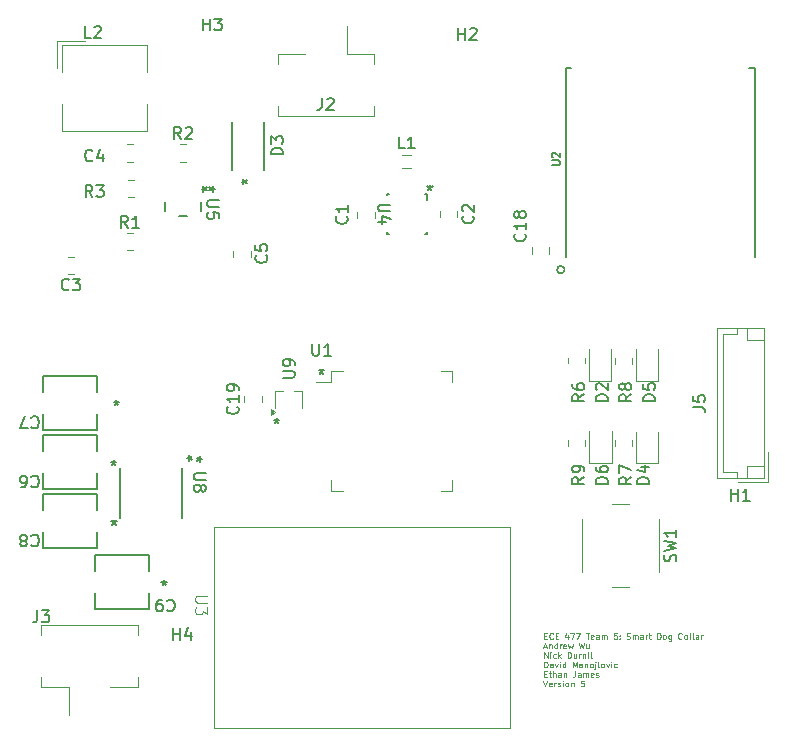
<source format=gbr>
%TF.GenerationSoftware,KiCad,Pcbnew,8.0.5*%
%TF.CreationDate,2024-10-17T12:46:32-04:00*%
%TF.ProjectId,PCB,5043422e-6b69-4636-9164-5f7063625858,rev?*%
%TF.SameCoordinates,Original*%
%TF.FileFunction,Legend,Top*%
%TF.FilePolarity,Positive*%
%FSLAX46Y46*%
G04 Gerber Fmt 4.6, Leading zero omitted, Abs format (unit mm)*
G04 Created by KiCad (PCBNEW 8.0.5) date 2024-10-17 12:46:32*
%MOMM*%
%LPD*%
G01*
G04 APERTURE LIST*
%ADD10C,0.100000*%
%ADD11C,0.150000*%
%ADD12C,0.146304*%
%ADD13C,0.120000*%
%ADD14C,0.152400*%
%ADD15C,0.203200*%
%ADD16C,0.200000*%
G04 APERTURE END LIST*
D10*
X216084836Y-136616844D02*
X216251503Y-136616844D01*
X216322931Y-136878749D02*
X216084836Y-136878749D01*
X216084836Y-136878749D02*
X216084836Y-136378749D01*
X216084836Y-136378749D02*
X216322931Y-136378749D01*
X216822931Y-136831130D02*
X216799122Y-136854940D01*
X216799122Y-136854940D02*
X216727693Y-136878749D01*
X216727693Y-136878749D02*
X216680074Y-136878749D01*
X216680074Y-136878749D02*
X216608646Y-136854940D01*
X216608646Y-136854940D02*
X216561027Y-136807320D01*
X216561027Y-136807320D02*
X216537217Y-136759701D01*
X216537217Y-136759701D02*
X216513408Y-136664463D01*
X216513408Y-136664463D02*
X216513408Y-136593035D01*
X216513408Y-136593035D02*
X216537217Y-136497797D01*
X216537217Y-136497797D02*
X216561027Y-136450178D01*
X216561027Y-136450178D02*
X216608646Y-136402559D01*
X216608646Y-136402559D02*
X216680074Y-136378749D01*
X216680074Y-136378749D02*
X216727693Y-136378749D01*
X216727693Y-136378749D02*
X216799122Y-136402559D01*
X216799122Y-136402559D02*
X216822931Y-136426368D01*
X217037217Y-136616844D02*
X217203884Y-136616844D01*
X217275312Y-136878749D02*
X217037217Y-136878749D01*
X217037217Y-136878749D02*
X217037217Y-136378749D01*
X217037217Y-136378749D02*
X217275312Y-136378749D01*
X218084836Y-136545416D02*
X218084836Y-136878749D01*
X217965788Y-136354940D02*
X217846741Y-136712082D01*
X217846741Y-136712082D02*
X218156264Y-136712082D01*
X218299121Y-136378749D02*
X218632454Y-136378749D01*
X218632454Y-136378749D02*
X218418169Y-136878749D01*
X218775311Y-136378749D02*
X219108644Y-136378749D01*
X219108644Y-136378749D02*
X218894359Y-136878749D01*
X219608644Y-136378749D02*
X219894358Y-136378749D01*
X219751501Y-136878749D02*
X219751501Y-136378749D01*
X220251500Y-136854940D02*
X220203881Y-136878749D01*
X220203881Y-136878749D02*
X220108643Y-136878749D01*
X220108643Y-136878749D02*
X220061024Y-136854940D01*
X220061024Y-136854940D02*
X220037215Y-136807320D01*
X220037215Y-136807320D02*
X220037215Y-136616844D01*
X220037215Y-136616844D02*
X220061024Y-136569225D01*
X220061024Y-136569225D02*
X220108643Y-136545416D01*
X220108643Y-136545416D02*
X220203881Y-136545416D01*
X220203881Y-136545416D02*
X220251500Y-136569225D01*
X220251500Y-136569225D02*
X220275310Y-136616844D01*
X220275310Y-136616844D02*
X220275310Y-136664463D01*
X220275310Y-136664463D02*
X220037215Y-136712082D01*
X220703881Y-136878749D02*
X220703881Y-136616844D01*
X220703881Y-136616844D02*
X220680071Y-136569225D01*
X220680071Y-136569225D02*
X220632452Y-136545416D01*
X220632452Y-136545416D02*
X220537214Y-136545416D01*
X220537214Y-136545416D02*
X220489595Y-136569225D01*
X220703881Y-136854940D02*
X220656262Y-136878749D01*
X220656262Y-136878749D02*
X220537214Y-136878749D01*
X220537214Y-136878749D02*
X220489595Y-136854940D01*
X220489595Y-136854940D02*
X220465786Y-136807320D01*
X220465786Y-136807320D02*
X220465786Y-136759701D01*
X220465786Y-136759701D02*
X220489595Y-136712082D01*
X220489595Y-136712082D02*
X220537214Y-136688273D01*
X220537214Y-136688273D02*
X220656262Y-136688273D01*
X220656262Y-136688273D02*
X220703881Y-136664463D01*
X220941976Y-136878749D02*
X220941976Y-136545416D01*
X220941976Y-136593035D02*
X220965786Y-136569225D01*
X220965786Y-136569225D02*
X221013405Y-136545416D01*
X221013405Y-136545416D02*
X221084833Y-136545416D01*
X221084833Y-136545416D02*
X221132452Y-136569225D01*
X221132452Y-136569225D02*
X221156262Y-136616844D01*
X221156262Y-136616844D02*
X221156262Y-136878749D01*
X221156262Y-136616844D02*
X221180071Y-136569225D01*
X221180071Y-136569225D02*
X221227690Y-136545416D01*
X221227690Y-136545416D02*
X221299119Y-136545416D01*
X221299119Y-136545416D02*
X221346738Y-136569225D01*
X221346738Y-136569225D02*
X221370548Y-136616844D01*
X221370548Y-136616844D02*
X221370548Y-136878749D01*
X222227690Y-136378749D02*
X221989595Y-136378749D01*
X221989595Y-136378749D02*
X221965786Y-136616844D01*
X221965786Y-136616844D02*
X221989595Y-136593035D01*
X221989595Y-136593035D02*
X222037214Y-136569225D01*
X222037214Y-136569225D02*
X222156262Y-136569225D01*
X222156262Y-136569225D02*
X222203881Y-136593035D01*
X222203881Y-136593035D02*
X222227690Y-136616844D01*
X222227690Y-136616844D02*
X222251500Y-136664463D01*
X222251500Y-136664463D02*
X222251500Y-136783511D01*
X222251500Y-136783511D02*
X222227690Y-136831130D01*
X222227690Y-136831130D02*
X222203881Y-136854940D01*
X222203881Y-136854940D02*
X222156262Y-136878749D01*
X222156262Y-136878749D02*
X222037214Y-136878749D01*
X222037214Y-136878749D02*
X221989595Y-136854940D01*
X221989595Y-136854940D02*
X221965786Y-136831130D01*
X222465785Y-136831130D02*
X222489595Y-136854940D01*
X222489595Y-136854940D02*
X222465785Y-136878749D01*
X222465785Y-136878749D02*
X222441976Y-136854940D01*
X222441976Y-136854940D02*
X222465785Y-136831130D01*
X222465785Y-136831130D02*
X222465785Y-136878749D01*
X222465785Y-136569225D02*
X222489595Y-136593035D01*
X222489595Y-136593035D02*
X222465785Y-136616844D01*
X222465785Y-136616844D02*
X222441976Y-136593035D01*
X222441976Y-136593035D02*
X222465785Y-136569225D01*
X222465785Y-136569225D02*
X222465785Y-136616844D01*
X223061023Y-136854940D02*
X223132451Y-136878749D01*
X223132451Y-136878749D02*
X223251499Y-136878749D01*
X223251499Y-136878749D02*
X223299118Y-136854940D01*
X223299118Y-136854940D02*
X223322927Y-136831130D01*
X223322927Y-136831130D02*
X223346737Y-136783511D01*
X223346737Y-136783511D02*
X223346737Y-136735892D01*
X223346737Y-136735892D02*
X223322927Y-136688273D01*
X223322927Y-136688273D02*
X223299118Y-136664463D01*
X223299118Y-136664463D02*
X223251499Y-136640654D01*
X223251499Y-136640654D02*
X223156261Y-136616844D01*
X223156261Y-136616844D02*
X223108642Y-136593035D01*
X223108642Y-136593035D02*
X223084832Y-136569225D01*
X223084832Y-136569225D02*
X223061023Y-136521606D01*
X223061023Y-136521606D02*
X223061023Y-136473987D01*
X223061023Y-136473987D02*
X223084832Y-136426368D01*
X223084832Y-136426368D02*
X223108642Y-136402559D01*
X223108642Y-136402559D02*
X223156261Y-136378749D01*
X223156261Y-136378749D02*
X223275308Y-136378749D01*
X223275308Y-136378749D02*
X223346737Y-136402559D01*
X223561022Y-136878749D02*
X223561022Y-136545416D01*
X223561022Y-136593035D02*
X223584832Y-136569225D01*
X223584832Y-136569225D02*
X223632451Y-136545416D01*
X223632451Y-136545416D02*
X223703879Y-136545416D01*
X223703879Y-136545416D02*
X223751498Y-136569225D01*
X223751498Y-136569225D02*
X223775308Y-136616844D01*
X223775308Y-136616844D02*
X223775308Y-136878749D01*
X223775308Y-136616844D02*
X223799117Y-136569225D01*
X223799117Y-136569225D02*
X223846736Y-136545416D01*
X223846736Y-136545416D02*
X223918165Y-136545416D01*
X223918165Y-136545416D02*
X223965784Y-136569225D01*
X223965784Y-136569225D02*
X223989594Y-136616844D01*
X223989594Y-136616844D02*
X223989594Y-136878749D01*
X224441975Y-136878749D02*
X224441975Y-136616844D01*
X224441975Y-136616844D02*
X224418165Y-136569225D01*
X224418165Y-136569225D02*
X224370546Y-136545416D01*
X224370546Y-136545416D02*
X224275308Y-136545416D01*
X224275308Y-136545416D02*
X224227689Y-136569225D01*
X224441975Y-136854940D02*
X224394356Y-136878749D01*
X224394356Y-136878749D02*
X224275308Y-136878749D01*
X224275308Y-136878749D02*
X224227689Y-136854940D01*
X224227689Y-136854940D02*
X224203880Y-136807320D01*
X224203880Y-136807320D02*
X224203880Y-136759701D01*
X224203880Y-136759701D02*
X224227689Y-136712082D01*
X224227689Y-136712082D02*
X224275308Y-136688273D01*
X224275308Y-136688273D02*
X224394356Y-136688273D01*
X224394356Y-136688273D02*
X224441975Y-136664463D01*
X224680070Y-136878749D02*
X224680070Y-136545416D01*
X224680070Y-136640654D02*
X224703880Y-136593035D01*
X224703880Y-136593035D02*
X224727689Y-136569225D01*
X224727689Y-136569225D02*
X224775308Y-136545416D01*
X224775308Y-136545416D02*
X224822927Y-136545416D01*
X224918166Y-136545416D02*
X225108642Y-136545416D01*
X224989594Y-136378749D02*
X224989594Y-136807320D01*
X224989594Y-136807320D02*
X225013404Y-136854940D01*
X225013404Y-136854940D02*
X225061023Y-136878749D01*
X225061023Y-136878749D02*
X225108642Y-136878749D01*
X225656260Y-136878749D02*
X225656260Y-136378749D01*
X225656260Y-136378749D02*
X225775308Y-136378749D01*
X225775308Y-136378749D02*
X225846736Y-136402559D01*
X225846736Y-136402559D02*
X225894355Y-136450178D01*
X225894355Y-136450178D02*
X225918165Y-136497797D01*
X225918165Y-136497797D02*
X225941974Y-136593035D01*
X225941974Y-136593035D02*
X225941974Y-136664463D01*
X225941974Y-136664463D02*
X225918165Y-136759701D01*
X225918165Y-136759701D02*
X225894355Y-136807320D01*
X225894355Y-136807320D02*
X225846736Y-136854940D01*
X225846736Y-136854940D02*
X225775308Y-136878749D01*
X225775308Y-136878749D02*
X225656260Y-136878749D01*
X226227689Y-136878749D02*
X226180070Y-136854940D01*
X226180070Y-136854940D02*
X226156260Y-136831130D01*
X226156260Y-136831130D02*
X226132451Y-136783511D01*
X226132451Y-136783511D02*
X226132451Y-136640654D01*
X226132451Y-136640654D02*
X226156260Y-136593035D01*
X226156260Y-136593035D02*
X226180070Y-136569225D01*
X226180070Y-136569225D02*
X226227689Y-136545416D01*
X226227689Y-136545416D02*
X226299117Y-136545416D01*
X226299117Y-136545416D02*
X226346736Y-136569225D01*
X226346736Y-136569225D02*
X226370546Y-136593035D01*
X226370546Y-136593035D02*
X226394355Y-136640654D01*
X226394355Y-136640654D02*
X226394355Y-136783511D01*
X226394355Y-136783511D02*
X226370546Y-136831130D01*
X226370546Y-136831130D02*
X226346736Y-136854940D01*
X226346736Y-136854940D02*
X226299117Y-136878749D01*
X226299117Y-136878749D02*
X226227689Y-136878749D01*
X226822927Y-136545416D02*
X226822927Y-136950178D01*
X226822927Y-136950178D02*
X226799117Y-136997797D01*
X226799117Y-136997797D02*
X226775308Y-137021606D01*
X226775308Y-137021606D02*
X226727689Y-137045416D01*
X226727689Y-137045416D02*
X226656260Y-137045416D01*
X226656260Y-137045416D02*
X226608641Y-137021606D01*
X226822927Y-136854940D02*
X226775308Y-136878749D01*
X226775308Y-136878749D02*
X226680070Y-136878749D01*
X226680070Y-136878749D02*
X226632451Y-136854940D01*
X226632451Y-136854940D02*
X226608641Y-136831130D01*
X226608641Y-136831130D02*
X226584832Y-136783511D01*
X226584832Y-136783511D02*
X226584832Y-136640654D01*
X226584832Y-136640654D02*
X226608641Y-136593035D01*
X226608641Y-136593035D02*
X226632451Y-136569225D01*
X226632451Y-136569225D02*
X226680070Y-136545416D01*
X226680070Y-136545416D02*
X226775308Y-136545416D01*
X226775308Y-136545416D02*
X226822927Y-136569225D01*
X227727688Y-136831130D02*
X227703879Y-136854940D01*
X227703879Y-136854940D02*
X227632450Y-136878749D01*
X227632450Y-136878749D02*
X227584831Y-136878749D01*
X227584831Y-136878749D02*
X227513403Y-136854940D01*
X227513403Y-136854940D02*
X227465784Y-136807320D01*
X227465784Y-136807320D02*
X227441974Y-136759701D01*
X227441974Y-136759701D02*
X227418165Y-136664463D01*
X227418165Y-136664463D02*
X227418165Y-136593035D01*
X227418165Y-136593035D02*
X227441974Y-136497797D01*
X227441974Y-136497797D02*
X227465784Y-136450178D01*
X227465784Y-136450178D02*
X227513403Y-136402559D01*
X227513403Y-136402559D02*
X227584831Y-136378749D01*
X227584831Y-136378749D02*
X227632450Y-136378749D01*
X227632450Y-136378749D02*
X227703879Y-136402559D01*
X227703879Y-136402559D02*
X227727688Y-136426368D01*
X228013403Y-136878749D02*
X227965784Y-136854940D01*
X227965784Y-136854940D02*
X227941974Y-136831130D01*
X227941974Y-136831130D02*
X227918165Y-136783511D01*
X227918165Y-136783511D02*
X227918165Y-136640654D01*
X227918165Y-136640654D02*
X227941974Y-136593035D01*
X227941974Y-136593035D02*
X227965784Y-136569225D01*
X227965784Y-136569225D02*
X228013403Y-136545416D01*
X228013403Y-136545416D02*
X228084831Y-136545416D01*
X228084831Y-136545416D02*
X228132450Y-136569225D01*
X228132450Y-136569225D02*
X228156260Y-136593035D01*
X228156260Y-136593035D02*
X228180069Y-136640654D01*
X228180069Y-136640654D02*
X228180069Y-136783511D01*
X228180069Y-136783511D02*
X228156260Y-136831130D01*
X228156260Y-136831130D02*
X228132450Y-136854940D01*
X228132450Y-136854940D02*
X228084831Y-136878749D01*
X228084831Y-136878749D02*
X228013403Y-136878749D01*
X228465784Y-136878749D02*
X228418165Y-136854940D01*
X228418165Y-136854940D02*
X228394355Y-136807320D01*
X228394355Y-136807320D02*
X228394355Y-136378749D01*
X228727689Y-136878749D02*
X228680070Y-136854940D01*
X228680070Y-136854940D02*
X228656260Y-136807320D01*
X228656260Y-136807320D02*
X228656260Y-136378749D01*
X229132451Y-136878749D02*
X229132451Y-136616844D01*
X229132451Y-136616844D02*
X229108641Y-136569225D01*
X229108641Y-136569225D02*
X229061022Y-136545416D01*
X229061022Y-136545416D02*
X228965784Y-136545416D01*
X228965784Y-136545416D02*
X228918165Y-136569225D01*
X229132451Y-136854940D02*
X229084832Y-136878749D01*
X229084832Y-136878749D02*
X228965784Y-136878749D01*
X228965784Y-136878749D02*
X228918165Y-136854940D01*
X228918165Y-136854940D02*
X228894356Y-136807320D01*
X228894356Y-136807320D02*
X228894356Y-136759701D01*
X228894356Y-136759701D02*
X228918165Y-136712082D01*
X228918165Y-136712082D02*
X228965784Y-136688273D01*
X228965784Y-136688273D02*
X229084832Y-136688273D01*
X229084832Y-136688273D02*
X229132451Y-136664463D01*
X229370546Y-136878749D02*
X229370546Y-136545416D01*
X229370546Y-136640654D02*
X229394356Y-136593035D01*
X229394356Y-136593035D02*
X229418165Y-136569225D01*
X229418165Y-136569225D02*
X229465784Y-136545416D01*
X229465784Y-136545416D02*
X229513403Y-136545416D01*
X216061027Y-137540864D02*
X216299122Y-137540864D01*
X216013408Y-137683721D02*
X216180074Y-137183721D01*
X216180074Y-137183721D02*
X216346741Y-137683721D01*
X216513407Y-137350388D02*
X216513407Y-137683721D01*
X216513407Y-137398007D02*
X216537217Y-137374197D01*
X216537217Y-137374197D02*
X216584836Y-137350388D01*
X216584836Y-137350388D02*
X216656264Y-137350388D01*
X216656264Y-137350388D02*
X216703883Y-137374197D01*
X216703883Y-137374197D02*
X216727693Y-137421816D01*
X216727693Y-137421816D02*
X216727693Y-137683721D01*
X217180074Y-137683721D02*
X217180074Y-137183721D01*
X217180074Y-137659912D02*
X217132455Y-137683721D01*
X217132455Y-137683721D02*
X217037217Y-137683721D01*
X217037217Y-137683721D02*
X216989598Y-137659912D01*
X216989598Y-137659912D02*
X216965788Y-137636102D01*
X216965788Y-137636102D02*
X216941979Y-137588483D01*
X216941979Y-137588483D02*
X216941979Y-137445626D01*
X216941979Y-137445626D02*
X216965788Y-137398007D01*
X216965788Y-137398007D02*
X216989598Y-137374197D01*
X216989598Y-137374197D02*
X217037217Y-137350388D01*
X217037217Y-137350388D02*
X217132455Y-137350388D01*
X217132455Y-137350388D02*
X217180074Y-137374197D01*
X217418169Y-137683721D02*
X217418169Y-137350388D01*
X217418169Y-137445626D02*
X217441979Y-137398007D01*
X217441979Y-137398007D02*
X217465788Y-137374197D01*
X217465788Y-137374197D02*
X217513407Y-137350388D01*
X217513407Y-137350388D02*
X217561026Y-137350388D01*
X217918169Y-137659912D02*
X217870550Y-137683721D01*
X217870550Y-137683721D02*
X217775312Y-137683721D01*
X217775312Y-137683721D02*
X217727693Y-137659912D01*
X217727693Y-137659912D02*
X217703884Y-137612292D01*
X217703884Y-137612292D02*
X217703884Y-137421816D01*
X217703884Y-137421816D02*
X217727693Y-137374197D01*
X217727693Y-137374197D02*
X217775312Y-137350388D01*
X217775312Y-137350388D02*
X217870550Y-137350388D01*
X217870550Y-137350388D02*
X217918169Y-137374197D01*
X217918169Y-137374197D02*
X217941979Y-137421816D01*
X217941979Y-137421816D02*
X217941979Y-137469435D01*
X217941979Y-137469435D02*
X217703884Y-137517054D01*
X218108645Y-137350388D02*
X218203883Y-137683721D01*
X218203883Y-137683721D02*
X218299121Y-137445626D01*
X218299121Y-137445626D02*
X218394359Y-137683721D01*
X218394359Y-137683721D02*
X218489597Y-137350388D01*
X219013407Y-137183721D02*
X219132455Y-137683721D01*
X219132455Y-137683721D02*
X219227693Y-137326578D01*
X219227693Y-137326578D02*
X219322931Y-137683721D01*
X219322931Y-137683721D02*
X219441979Y-137183721D01*
X219846741Y-137350388D02*
X219846741Y-137683721D01*
X219632455Y-137350388D02*
X219632455Y-137612292D01*
X219632455Y-137612292D02*
X219656265Y-137659912D01*
X219656265Y-137659912D02*
X219703884Y-137683721D01*
X219703884Y-137683721D02*
X219775312Y-137683721D01*
X219775312Y-137683721D02*
X219822931Y-137659912D01*
X219822931Y-137659912D02*
X219846741Y-137636102D01*
X216084836Y-138488693D02*
X216084836Y-137988693D01*
X216084836Y-137988693D02*
X216370550Y-138488693D01*
X216370550Y-138488693D02*
X216370550Y-137988693D01*
X216608646Y-138488693D02*
X216608646Y-138155360D01*
X216608646Y-137988693D02*
X216584837Y-138012503D01*
X216584837Y-138012503D02*
X216608646Y-138036312D01*
X216608646Y-138036312D02*
X216632456Y-138012503D01*
X216632456Y-138012503D02*
X216608646Y-137988693D01*
X216608646Y-137988693D02*
X216608646Y-138036312D01*
X217061027Y-138464884D02*
X217013408Y-138488693D01*
X217013408Y-138488693D02*
X216918170Y-138488693D01*
X216918170Y-138488693D02*
X216870551Y-138464884D01*
X216870551Y-138464884D02*
X216846741Y-138441074D01*
X216846741Y-138441074D02*
X216822932Y-138393455D01*
X216822932Y-138393455D02*
X216822932Y-138250598D01*
X216822932Y-138250598D02*
X216846741Y-138202979D01*
X216846741Y-138202979D02*
X216870551Y-138179169D01*
X216870551Y-138179169D02*
X216918170Y-138155360D01*
X216918170Y-138155360D02*
X217013408Y-138155360D01*
X217013408Y-138155360D02*
X217061027Y-138179169D01*
X217275312Y-138488693D02*
X217275312Y-137988693D01*
X217322931Y-138298217D02*
X217465788Y-138488693D01*
X217465788Y-138155360D02*
X217275312Y-138345836D01*
X218061026Y-138488693D02*
X218061026Y-137988693D01*
X218061026Y-137988693D02*
X218180074Y-137988693D01*
X218180074Y-137988693D02*
X218251502Y-138012503D01*
X218251502Y-138012503D02*
X218299121Y-138060122D01*
X218299121Y-138060122D02*
X218322931Y-138107741D01*
X218322931Y-138107741D02*
X218346740Y-138202979D01*
X218346740Y-138202979D02*
X218346740Y-138274407D01*
X218346740Y-138274407D02*
X218322931Y-138369645D01*
X218322931Y-138369645D02*
X218299121Y-138417264D01*
X218299121Y-138417264D02*
X218251502Y-138464884D01*
X218251502Y-138464884D02*
X218180074Y-138488693D01*
X218180074Y-138488693D02*
X218061026Y-138488693D01*
X218775312Y-138155360D02*
X218775312Y-138488693D01*
X218561026Y-138155360D02*
X218561026Y-138417264D01*
X218561026Y-138417264D02*
X218584836Y-138464884D01*
X218584836Y-138464884D02*
X218632455Y-138488693D01*
X218632455Y-138488693D02*
X218703883Y-138488693D01*
X218703883Y-138488693D02*
X218751502Y-138464884D01*
X218751502Y-138464884D02*
X218775312Y-138441074D01*
X219013407Y-138488693D02*
X219013407Y-138155360D01*
X219013407Y-138250598D02*
X219037217Y-138202979D01*
X219037217Y-138202979D02*
X219061026Y-138179169D01*
X219061026Y-138179169D02*
X219108645Y-138155360D01*
X219108645Y-138155360D02*
X219156264Y-138155360D01*
X219322931Y-138155360D02*
X219322931Y-138488693D01*
X219322931Y-138202979D02*
X219346741Y-138179169D01*
X219346741Y-138179169D02*
X219394360Y-138155360D01*
X219394360Y-138155360D02*
X219465788Y-138155360D01*
X219465788Y-138155360D02*
X219513407Y-138179169D01*
X219513407Y-138179169D02*
X219537217Y-138226788D01*
X219537217Y-138226788D02*
X219537217Y-138488693D01*
X219775312Y-138488693D02*
X219775312Y-138155360D01*
X219775312Y-137988693D02*
X219751503Y-138012503D01*
X219751503Y-138012503D02*
X219775312Y-138036312D01*
X219775312Y-138036312D02*
X219799122Y-138012503D01*
X219799122Y-138012503D02*
X219775312Y-137988693D01*
X219775312Y-137988693D02*
X219775312Y-138036312D01*
X220084836Y-138488693D02*
X220037217Y-138464884D01*
X220037217Y-138464884D02*
X220013407Y-138417264D01*
X220013407Y-138417264D02*
X220013407Y-137988693D01*
X216084836Y-139293665D02*
X216084836Y-138793665D01*
X216084836Y-138793665D02*
X216203884Y-138793665D01*
X216203884Y-138793665D02*
X216275312Y-138817475D01*
X216275312Y-138817475D02*
X216322931Y-138865094D01*
X216322931Y-138865094D02*
X216346741Y-138912713D01*
X216346741Y-138912713D02*
X216370550Y-139007951D01*
X216370550Y-139007951D02*
X216370550Y-139079379D01*
X216370550Y-139079379D02*
X216346741Y-139174617D01*
X216346741Y-139174617D02*
X216322931Y-139222236D01*
X216322931Y-139222236D02*
X216275312Y-139269856D01*
X216275312Y-139269856D02*
X216203884Y-139293665D01*
X216203884Y-139293665D02*
X216084836Y-139293665D01*
X216799122Y-139293665D02*
X216799122Y-139031760D01*
X216799122Y-139031760D02*
X216775312Y-138984141D01*
X216775312Y-138984141D02*
X216727693Y-138960332D01*
X216727693Y-138960332D02*
X216632455Y-138960332D01*
X216632455Y-138960332D02*
X216584836Y-138984141D01*
X216799122Y-139269856D02*
X216751503Y-139293665D01*
X216751503Y-139293665D02*
X216632455Y-139293665D01*
X216632455Y-139293665D02*
X216584836Y-139269856D01*
X216584836Y-139269856D02*
X216561027Y-139222236D01*
X216561027Y-139222236D02*
X216561027Y-139174617D01*
X216561027Y-139174617D02*
X216584836Y-139126998D01*
X216584836Y-139126998D02*
X216632455Y-139103189D01*
X216632455Y-139103189D02*
X216751503Y-139103189D01*
X216751503Y-139103189D02*
X216799122Y-139079379D01*
X216989598Y-138960332D02*
X217108646Y-139293665D01*
X217108646Y-139293665D02*
X217227693Y-138960332D01*
X217418169Y-139293665D02*
X217418169Y-138960332D01*
X217418169Y-138793665D02*
X217394360Y-138817475D01*
X217394360Y-138817475D02*
X217418169Y-138841284D01*
X217418169Y-138841284D02*
X217441979Y-138817475D01*
X217441979Y-138817475D02*
X217418169Y-138793665D01*
X217418169Y-138793665D02*
X217418169Y-138841284D01*
X217870550Y-139293665D02*
X217870550Y-138793665D01*
X217870550Y-139269856D02*
X217822931Y-139293665D01*
X217822931Y-139293665D02*
X217727693Y-139293665D01*
X217727693Y-139293665D02*
X217680074Y-139269856D01*
X217680074Y-139269856D02*
X217656264Y-139246046D01*
X217656264Y-139246046D02*
X217632455Y-139198427D01*
X217632455Y-139198427D02*
X217632455Y-139055570D01*
X217632455Y-139055570D02*
X217656264Y-139007951D01*
X217656264Y-139007951D02*
X217680074Y-138984141D01*
X217680074Y-138984141D02*
X217727693Y-138960332D01*
X217727693Y-138960332D02*
X217822931Y-138960332D01*
X217822931Y-138960332D02*
X217870550Y-138984141D01*
X218489597Y-139293665D02*
X218489597Y-138793665D01*
X218489597Y-138793665D02*
X218656264Y-139150808D01*
X218656264Y-139150808D02*
X218822930Y-138793665D01*
X218822930Y-138793665D02*
X218822930Y-139293665D01*
X219275312Y-139293665D02*
X219275312Y-139031760D01*
X219275312Y-139031760D02*
X219251502Y-138984141D01*
X219251502Y-138984141D02*
X219203883Y-138960332D01*
X219203883Y-138960332D02*
X219108645Y-138960332D01*
X219108645Y-138960332D02*
X219061026Y-138984141D01*
X219275312Y-139269856D02*
X219227693Y-139293665D01*
X219227693Y-139293665D02*
X219108645Y-139293665D01*
X219108645Y-139293665D02*
X219061026Y-139269856D01*
X219061026Y-139269856D02*
X219037217Y-139222236D01*
X219037217Y-139222236D02*
X219037217Y-139174617D01*
X219037217Y-139174617D02*
X219061026Y-139126998D01*
X219061026Y-139126998D02*
X219108645Y-139103189D01*
X219108645Y-139103189D02*
X219227693Y-139103189D01*
X219227693Y-139103189D02*
X219275312Y-139079379D01*
X219513407Y-138960332D02*
X219513407Y-139293665D01*
X219513407Y-139007951D02*
X219537217Y-138984141D01*
X219537217Y-138984141D02*
X219584836Y-138960332D01*
X219584836Y-138960332D02*
X219656264Y-138960332D01*
X219656264Y-138960332D02*
X219703883Y-138984141D01*
X219703883Y-138984141D02*
X219727693Y-139031760D01*
X219727693Y-139031760D02*
X219727693Y-139293665D01*
X220037217Y-139293665D02*
X219989598Y-139269856D01*
X219989598Y-139269856D02*
X219965788Y-139246046D01*
X219965788Y-139246046D02*
X219941979Y-139198427D01*
X219941979Y-139198427D02*
X219941979Y-139055570D01*
X219941979Y-139055570D02*
X219965788Y-139007951D01*
X219965788Y-139007951D02*
X219989598Y-138984141D01*
X219989598Y-138984141D02*
X220037217Y-138960332D01*
X220037217Y-138960332D02*
X220108645Y-138960332D01*
X220108645Y-138960332D02*
X220156264Y-138984141D01*
X220156264Y-138984141D02*
X220180074Y-139007951D01*
X220180074Y-139007951D02*
X220203883Y-139055570D01*
X220203883Y-139055570D02*
X220203883Y-139198427D01*
X220203883Y-139198427D02*
X220180074Y-139246046D01*
X220180074Y-139246046D02*
X220156264Y-139269856D01*
X220156264Y-139269856D02*
X220108645Y-139293665D01*
X220108645Y-139293665D02*
X220037217Y-139293665D01*
X220418169Y-138960332D02*
X220418169Y-139388903D01*
X220418169Y-139388903D02*
X220394360Y-139436522D01*
X220394360Y-139436522D02*
X220346741Y-139460332D01*
X220346741Y-139460332D02*
X220322931Y-139460332D01*
X220418169Y-138793665D02*
X220394360Y-138817475D01*
X220394360Y-138817475D02*
X220418169Y-138841284D01*
X220418169Y-138841284D02*
X220441979Y-138817475D01*
X220441979Y-138817475D02*
X220418169Y-138793665D01*
X220418169Y-138793665D02*
X220418169Y-138841284D01*
X220727693Y-139293665D02*
X220680074Y-139269856D01*
X220680074Y-139269856D02*
X220656264Y-139222236D01*
X220656264Y-139222236D02*
X220656264Y-138793665D01*
X220989598Y-139293665D02*
X220941979Y-139269856D01*
X220941979Y-139269856D02*
X220918169Y-139246046D01*
X220918169Y-139246046D02*
X220894360Y-139198427D01*
X220894360Y-139198427D02*
X220894360Y-139055570D01*
X220894360Y-139055570D02*
X220918169Y-139007951D01*
X220918169Y-139007951D02*
X220941979Y-138984141D01*
X220941979Y-138984141D02*
X220989598Y-138960332D01*
X220989598Y-138960332D02*
X221061026Y-138960332D01*
X221061026Y-138960332D02*
X221108645Y-138984141D01*
X221108645Y-138984141D02*
X221132455Y-139007951D01*
X221132455Y-139007951D02*
X221156264Y-139055570D01*
X221156264Y-139055570D02*
X221156264Y-139198427D01*
X221156264Y-139198427D02*
X221132455Y-139246046D01*
X221132455Y-139246046D02*
X221108645Y-139269856D01*
X221108645Y-139269856D02*
X221061026Y-139293665D01*
X221061026Y-139293665D02*
X220989598Y-139293665D01*
X221322931Y-138960332D02*
X221441979Y-139293665D01*
X221441979Y-139293665D02*
X221561026Y-138960332D01*
X221751502Y-139293665D02*
X221751502Y-138960332D01*
X221751502Y-138793665D02*
X221727693Y-138817475D01*
X221727693Y-138817475D02*
X221751502Y-138841284D01*
X221751502Y-138841284D02*
X221775312Y-138817475D01*
X221775312Y-138817475D02*
X221751502Y-138793665D01*
X221751502Y-138793665D02*
X221751502Y-138841284D01*
X222203883Y-139269856D02*
X222156264Y-139293665D01*
X222156264Y-139293665D02*
X222061026Y-139293665D01*
X222061026Y-139293665D02*
X222013407Y-139269856D01*
X222013407Y-139269856D02*
X221989597Y-139246046D01*
X221989597Y-139246046D02*
X221965788Y-139198427D01*
X221965788Y-139198427D02*
X221965788Y-139055570D01*
X221965788Y-139055570D02*
X221989597Y-139007951D01*
X221989597Y-139007951D02*
X222013407Y-138984141D01*
X222013407Y-138984141D02*
X222061026Y-138960332D01*
X222061026Y-138960332D02*
X222156264Y-138960332D01*
X222156264Y-138960332D02*
X222203883Y-138984141D01*
X216084836Y-139836732D02*
X216251503Y-139836732D01*
X216322931Y-140098637D02*
X216084836Y-140098637D01*
X216084836Y-140098637D02*
X216084836Y-139598637D01*
X216084836Y-139598637D02*
X216322931Y-139598637D01*
X216465789Y-139765304D02*
X216656265Y-139765304D01*
X216537217Y-139598637D02*
X216537217Y-140027208D01*
X216537217Y-140027208D02*
X216561027Y-140074828D01*
X216561027Y-140074828D02*
X216608646Y-140098637D01*
X216608646Y-140098637D02*
X216656265Y-140098637D01*
X216822931Y-140098637D02*
X216822931Y-139598637D01*
X217037217Y-140098637D02*
X217037217Y-139836732D01*
X217037217Y-139836732D02*
X217013407Y-139789113D01*
X217013407Y-139789113D02*
X216965788Y-139765304D01*
X216965788Y-139765304D02*
X216894360Y-139765304D01*
X216894360Y-139765304D02*
X216846741Y-139789113D01*
X216846741Y-139789113D02*
X216822931Y-139812923D01*
X217489598Y-140098637D02*
X217489598Y-139836732D01*
X217489598Y-139836732D02*
X217465788Y-139789113D01*
X217465788Y-139789113D02*
X217418169Y-139765304D01*
X217418169Y-139765304D02*
X217322931Y-139765304D01*
X217322931Y-139765304D02*
X217275312Y-139789113D01*
X217489598Y-140074828D02*
X217441979Y-140098637D01*
X217441979Y-140098637D02*
X217322931Y-140098637D01*
X217322931Y-140098637D02*
X217275312Y-140074828D01*
X217275312Y-140074828D02*
X217251503Y-140027208D01*
X217251503Y-140027208D02*
X217251503Y-139979589D01*
X217251503Y-139979589D02*
X217275312Y-139931970D01*
X217275312Y-139931970D02*
X217322931Y-139908161D01*
X217322931Y-139908161D02*
X217441979Y-139908161D01*
X217441979Y-139908161D02*
X217489598Y-139884351D01*
X217727693Y-139765304D02*
X217727693Y-140098637D01*
X217727693Y-139812923D02*
X217751503Y-139789113D01*
X217751503Y-139789113D02*
X217799122Y-139765304D01*
X217799122Y-139765304D02*
X217870550Y-139765304D01*
X217870550Y-139765304D02*
X217918169Y-139789113D01*
X217918169Y-139789113D02*
X217941979Y-139836732D01*
X217941979Y-139836732D02*
X217941979Y-140098637D01*
X218703883Y-139598637D02*
X218703883Y-139955780D01*
X218703883Y-139955780D02*
X218680074Y-140027208D01*
X218680074Y-140027208D02*
X218632455Y-140074828D01*
X218632455Y-140074828D02*
X218561026Y-140098637D01*
X218561026Y-140098637D02*
X218513407Y-140098637D01*
X219156264Y-140098637D02*
X219156264Y-139836732D01*
X219156264Y-139836732D02*
X219132454Y-139789113D01*
X219132454Y-139789113D02*
X219084835Y-139765304D01*
X219084835Y-139765304D02*
X218989597Y-139765304D01*
X218989597Y-139765304D02*
X218941978Y-139789113D01*
X219156264Y-140074828D02*
X219108645Y-140098637D01*
X219108645Y-140098637D02*
X218989597Y-140098637D01*
X218989597Y-140098637D02*
X218941978Y-140074828D01*
X218941978Y-140074828D02*
X218918169Y-140027208D01*
X218918169Y-140027208D02*
X218918169Y-139979589D01*
X218918169Y-139979589D02*
X218941978Y-139931970D01*
X218941978Y-139931970D02*
X218989597Y-139908161D01*
X218989597Y-139908161D02*
X219108645Y-139908161D01*
X219108645Y-139908161D02*
X219156264Y-139884351D01*
X219394359Y-140098637D02*
X219394359Y-139765304D01*
X219394359Y-139812923D02*
X219418169Y-139789113D01*
X219418169Y-139789113D02*
X219465788Y-139765304D01*
X219465788Y-139765304D02*
X219537216Y-139765304D01*
X219537216Y-139765304D02*
X219584835Y-139789113D01*
X219584835Y-139789113D02*
X219608645Y-139836732D01*
X219608645Y-139836732D02*
X219608645Y-140098637D01*
X219608645Y-139836732D02*
X219632454Y-139789113D01*
X219632454Y-139789113D02*
X219680073Y-139765304D01*
X219680073Y-139765304D02*
X219751502Y-139765304D01*
X219751502Y-139765304D02*
X219799121Y-139789113D01*
X219799121Y-139789113D02*
X219822931Y-139836732D01*
X219822931Y-139836732D02*
X219822931Y-140098637D01*
X220251502Y-140074828D02*
X220203883Y-140098637D01*
X220203883Y-140098637D02*
X220108645Y-140098637D01*
X220108645Y-140098637D02*
X220061026Y-140074828D01*
X220061026Y-140074828D02*
X220037217Y-140027208D01*
X220037217Y-140027208D02*
X220037217Y-139836732D01*
X220037217Y-139836732D02*
X220061026Y-139789113D01*
X220061026Y-139789113D02*
X220108645Y-139765304D01*
X220108645Y-139765304D02*
X220203883Y-139765304D01*
X220203883Y-139765304D02*
X220251502Y-139789113D01*
X220251502Y-139789113D02*
X220275312Y-139836732D01*
X220275312Y-139836732D02*
X220275312Y-139884351D01*
X220275312Y-139884351D02*
X220037217Y-139931970D01*
X220465788Y-140074828D02*
X220513407Y-140098637D01*
X220513407Y-140098637D02*
X220608645Y-140098637D01*
X220608645Y-140098637D02*
X220656264Y-140074828D01*
X220656264Y-140074828D02*
X220680073Y-140027208D01*
X220680073Y-140027208D02*
X220680073Y-140003399D01*
X220680073Y-140003399D02*
X220656264Y-139955780D01*
X220656264Y-139955780D02*
X220608645Y-139931970D01*
X220608645Y-139931970D02*
X220537216Y-139931970D01*
X220537216Y-139931970D02*
X220489597Y-139908161D01*
X220489597Y-139908161D02*
X220465788Y-139860542D01*
X220465788Y-139860542D02*
X220465788Y-139836732D01*
X220465788Y-139836732D02*
X220489597Y-139789113D01*
X220489597Y-139789113D02*
X220537216Y-139765304D01*
X220537216Y-139765304D02*
X220608645Y-139765304D01*
X220608645Y-139765304D02*
X220656264Y-139789113D01*
X216013408Y-140403609D02*
X216180074Y-140903609D01*
X216180074Y-140903609D02*
X216346741Y-140403609D01*
X216703883Y-140879800D02*
X216656264Y-140903609D01*
X216656264Y-140903609D02*
X216561026Y-140903609D01*
X216561026Y-140903609D02*
X216513407Y-140879800D01*
X216513407Y-140879800D02*
X216489598Y-140832180D01*
X216489598Y-140832180D02*
X216489598Y-140641704D01*
X216489598Y-140641704D02*
X216513407Y-140594085D01*
X216513407Y-140594085D02*
X216561026Y-140570276D01*
X216561026Y-140570276D02*
X216656264Y-140570276D01*
X216656264Y-140570276D02*
X216703883Y-140594085D01*
X216703883Y-140594085D02*
X216727693Y-140641704D01*
X216727693Y-140641704D02*
X216727693Y-140689323D01*
X216727693Y-140689323D02*
X216489598Y-140736942D01*
X216941978Y-140903609D02*
X216941978Y-140570276D01*
X216941978Y-140665514D02*
X216965788Y-140617895D01*
X216965788Y-140617895D02*
X216989597Y-140594085D01*
X216989597Y-140594085D02*
X217037216Y-140570276D01*
X217037216Y-140570276D02*
X217084835Y-140570276D01*
X217227693Y-140879800D02*
X217275312Y-140903609D01*
X217275312Y-140903609D02*
X217370550Y-140903609D01*
X217370550Y-140903609D02*
X217418169Y-140879800D01*
X217418169Y-140879800D02*
X217441978Y-140832180D01*
X217441978Y-140832180D02*
X217441978Y-140808371D01*
X217441978Y-140808371D02*
X217418169Y-140760752D01*
X217418169Y-140760752D02*
X217370550Y-140736942D01*
X217370550Y-140736942D02*
X217299121Y-140736942D01*
X217299121Y-140736942D02*
X217251502Y-140713133D01*
X217251502Y-140713133D02*
X217227693Y-140665514D01*
X217227693Y-140665514D02*
X217227693Y-140641704D01*
X217227693Y-140641704D02*
X217251502Y-140594085D01*
X217251502Y-140594085D02*
X217299121Y-140570276D01*
X217299121Y-140570276D02*
X217370550Y-140570276D01*
X217370550Y-140570276D02*
X217418169Y-140594085D01*
X217656264Y-140903609D02*
X217656264Y-140570276D01*
X217656264Y-140403609D02*
X217632455Y-140427419D01*
X217632455Y-140427419D02*
X217656264Y-140451228D01*
X217656264Y-140451228D02*
X217680074Y-140427419D01*
X217680074Y-140427419D02*
X217656264Y-140403609D01*
X217656264Y-140403609D02*
X217656264Y-140451228D01*
X217965788Y-140903609D02*
X217918169Y-140879800D01*
X217918169Y-140879800D02*
X217894359Y-140855990D01*
X217894359Y-140855990D02*
X217870550Y-140808371D01*
X217870550Y-140808371D02*
X217870550Y-140665514D01*
X217870550Y-140665514D02*
X217894359Y-140617895D01*
X217894359Y-140617895D02*
X217918169Y-140594085D01*
X217918169Y-140594085D02*
X217965788Y-140570276D01*
X217965788Y-140570276D02*
X218037216Y-140570276D01*
X218037216Y-140570276D02*
X218084835Y-140594085D01*
X218084835Y-140594085D02*
X218108645Y-140617895D01*
X218108645Y-140617895D02*
X218132454Y-140665514D01*
X218132454Y-140665514D02*
X218132454Y-140808371D01*
X218132454Y-140808371D02*
X218108645Y-140855990D01*
X218108645Y-140855990D02*
X218084835Y-140879800D01*
X218084835Y-140879800D02*
X218037216Y-140903609D01*
X218037216Y-140903609D02*
X217965788Y-140903609D01*
X218346740Y-140570276D02*
X218346740Y-140903609D01*
X218346740Y-140617895D02*
X218370550Y-140594085D01*
X218370550Y-140594085D02*
X218418169Y-140570276D01*
X218418169Y-140570276D02*
X218489597Y-140570276D01*
X218489597Y-140570276D02*
X218537216Y-140594085D01*
X218537216Y-140594085D02*
X218561026Y-140641704D01*
X218561026Y-140641704D02*
X218561026Y-140903609D01*
X219418168Y-140403609D02*
X219180073Y-140403609D01*
X219180073Y-140403609D02*
X219156264Y-140641704D01*
X219156264Y-140641704D02*
X219180073Y-140617895D01*
X219180073Y-140617895D02*
X219227692Y-140594085D01*
X219227692Y-140594085D02*
X219346740Y-140594085D01*
X219346740Y-140594085D02*
X219394359Y-140617895D01*
X219394359Y-140617895D02*
X219418168Y-140641704D01*
X219418168Y-140641704D02*
X219441978Y-140689323D01*
X219441978Y-140689323D02*
X219441978Y-140808371D01*
X219441978Y-140808371D02*
X219418168Y-140855990D01*
X219418168Y-140855990D02*
X219394359Y-140879800D01*
X219394359Y-140879800D02*
X219346740Y-140903609D01*
X219346740Y-140903609D02*
X219227692Y-140903609D01*
X219227692Y-140903609D02*
X219180073Y-140879800D01*
X219180073Y-140879800D02*
X219156264Y-140855990D01*
D11*
X183909636Y-131899819D02*
X183909636Y-132137914D01*
X183671541Y-132042676D02*
X183909636Y-132137914D01*
X183909636Y-132137914D02*
X184147731Y-132042676D01*
X183766779Y-132328390D02*
X183909636Y-132137914D01*
X183909636Y-132137914D02*
X184052493Y-132328390D01*
X206389636Y-98429819D02*
X206389636Y-98667914D01*
X206151541Y-98572676D02*
X206389636Y-98667914D01*
X206389636Y-98667914D02*
X206627731Y-98572676D01*
X206246779Y-98858390D02*
X206389636Y-98667914D01*
X206389636Y-98667914D02*
X206532493Y-98858390D01*
X197209636Y-113994819D02*
X197209636Y-114232914D01*
X196971541Y-114137676D02*
X197209636Y-114232914D01*
X197209636Y-114232914D02*
X197447731Y-114137676D01*
X197066779Y-114423390D02*
X197209636Y-114232914D01*
X197209636Y-114232914D02*
X197352493Y-114423390D01*
X179619636Y-121719819D02*
X179619636Y-121957914D01*
X179381541Y-121862676D02*
X179619636Y-121957914D01*
X179619636Y-121957914D02*
X179857731Y-121862676D01*
X179476779Y-122148390D02*
X179619636Y-121957914D01*
X179619636Y-121957914D02*
X179762493Y-122148390D01*
X179859636Y-116649819D02*
X179859636Y-116887914D01*
X179621541Y-116792676D02*
X179859636Y-116887914D01*
X179859636Y-116887914D02*
X180097731Y-116792676D01*
X179716779Y-117078390D02*
X179859636Y-116887914D01*
X179859636Y-116887914D02*
X180002493Y-117078390D01*
X193429636Y-118209819D02*
X193429636Y-118447914D01*
X193191541Y-118352676D02*
X193429636Y-118447914D01*
X193429636Y-118447914D02*
X193667731Y-118352676D01*
X193286779Y-118638390D02*
X193429636Y-118447914D01*
X193429636Y-118447914D02*
X193572493Y-118638390D01*
X179649636Y-126779819D02*
X179649636Y-127017914D01*
X179411541Y-126922676D02*
X179649636Y-127017914D01*
X179649636Y-127017914D02*
X179887731Y-126922676D01*
X179506779Y-127208390D02*
X179649636Y-127017914D01*
X179649636Y-127017914D02*
X179792493Y-127208390D01*
X177833333Y-99454819D02*
X177500000Y-98978628D01*
X177261905Y-99454819D02*
X177261905Y-98454819D01*
X177261905Y-98454819D02*
X177642857Y-98454819D01*
X177642857Y-98454819D02*
X177738095Y-98502438D01*
X177738095Y-98502438D02*
X177785714Y-98550057D01*
X177785714Y-98550057D02*
X177833333Y-98645295D01*
X177833333Y-98645295D02*
X177833333Y-98788152D01*
X177833333Y-98788152D02*
X177785714Y-98883390D01*
X177785714Y-98883390D02*
X177738095Y-98931009D01*
X177738095Y-98931009D02*
X177642857Y-98978628D01*
X177642857Y-98978628D02*
X177261905Y-98978628D01*
X178166667Y-98454819D02*
X178785714Y-98454819D01*
X178785714Y-98454819D02*
X178452381Y-98835771D01*
X178452381Y-98835771D02*
X178595238Y-98835771D01*
X178595238Y-98835771D02*
X178690476Y-98883390D01*
X178690476Y-98883390D02*
X178738095Y-98931009D01*
X178738095Y-98931009D02*
X178785714Y-99026247D01*
X178785714Y-99026247D02*
X178785714Y-99264342D01*
X178785714Y-99264342D02*
X178738095Y-99359580D01*
X178738095Y-99359580D02*
X178690476Y-99407200D01*
X178690476Y-99407200D02*
X178595238Y-99454819D01*
X178595238Y-99454819D02*
X178309524Y-99454819D01*
X178309524Y-99454819D02*
X178214286Y-99407200D01*
X178214286Y-99407200D02*
X178166667Y-99359580D01*
X204260833Y-95344819D02*
X203784643Y-95344819D01*
X203784643Y-95344819D02*
X203784643Y-94344819D01*
X205117976Y-95344819D02*
X204546548Y-95344819D01*
X204832262Y-95344819D02*
X204832262Y-94344819D01*
X204832262Y-94344819D02*
X204737024Y-94487676D01*
X204737024Y-94487676D02*
X204641786Y-94582914D01*
X204641786Y-94582914D02*
X204546548Y-94630533D01*
X219454819Y-116166666D02*
X218978628Y-116499999D01*
X219454819Y-116738094D02*
X218454819Y-116738094D01*
X218454819Y-116738094D02*
X218454819Y-116357142D01*
X218454819Y-116357142D02*
X218502438Y-116261904D01*
X218502438Y-116261904D02*
X218550057Y-116214285D01*
X218550057Y-116214285D02*
X218645295Y-116166666D01*
X218645295Y-116166666D02*
X218788152Y-116166666D01*
X218788152Y-116166666D02*
X218883390Y-116214285D01*
X218883390Y-116214285D02*
X218931009Y-116261904D01*
X218931009Y-116261904D02*
X218978628Y-116357142D01*
X218978628Y-116357142D02*
X218978628Y-116738094D01*
X218454819Y-115309523D02*
X218454819Y-115499999D01*
X218454819Y-115499999D02*
X218502438Y-115595237D01*
X218502438Y-115595237D02*
X218550057Y-115642856D01*
X218550057Y-115642856D02*
X218692914Y-115738094D01*
X218692914Y-115738094D02*
X218883390Y-115785713D01*
X218883390Y-115785713D02*
X219264342Y-115785713D01*
X219264342Y-115785713D02*
X219359580Y-115738094D01*
X219359580Y-115738094D02*
X219407200Y-115690475D01*
X219407200Y-115690475D02*
X219454819Y-115595237D01*
X219454819Y-115595237D02*
X219454819Y-115404761D01*
X219454819Y-115404761D02*
X219407200Y-115309523D01*
X219407200Y-115309523D02*
X219359580Y-115261904D01*
X219359580Y-115261904D02*
X219264342Y-115214285D01*
X219264342Y-115214285D02*
X219026247Y-115214285D01*
X219026247Y-115214285D02*
X218931009Y-115261904D01*
X218931009Y-115261904D02*
X218883390Y-115309523D01*
X218883390Y-115309523D02*
X218835771Y-115404761D01*
X218835771Y-115404761D02*
X218835771Y-115595237D01*
X218835771Y-115595237D02*
X218883390Y-115690475D01*
X218883390Y-115690475D02*
X218931009Y-115738094D01*
X218931009Y-115738094D02*
X219026247Y-115785713D01*
X231918095Y-125164819D02*
X231918095Y-124164819D01*
X231918095Y-124641009D02*
X232489523Y-124641009D01*
X232489523Y-125164819D02*
X232489523Y-124164819D01*
X233489523Y-125164819D02*
X232918095Y-125164819D01*
X233203809Y-125164819D02*
X233203809Y-124164819D01*
X233203809Y-124164819D02*
X233108571Y-124307676D01*
X233108571Y-124307676D02*
X233013333Y-124402914D01*
X233013333Y-124402914D02*
X232918095Y-124450533D01*
X172666666Y-123140419D02*
X172714285Y-123092800D01*
X172714285Y-123092800D02*
X172857142Y-123045180D01*
X172857142Y-123045180D02*
X172952380Y-123045180D01*
X172952380Y-123045180D02*
X173095237Y-123092800D01*
X173095237Y-123092800D02*
X173190475Y-123188038D01*
X173190475Y-123188038D02*
X173238094Y-123283276D01*
X173238094Y-123283276D02*
X173285713Y-123473752D01*
X173285713Y-123473752D02*
X173285713Y-123616609D01*
X173285713Y-123616609D02*
X173238094Y-123807085D01*
X173238094Y-123807085D02*
X173190475Y-123902323D01*
X173190475Y-123902323D02*
X173095237Y-123997561D01*
X173095237Y-123997561D02*
X172952380Y-124045180D01*
X172952380Y-124045180D02*
X172857142Y-124045180D01*
X172857142Y-124045180D02*
X172714285Y-123997561D01*
X172714285Y-123997561D02*
X172666666Y-123949942D01*
X171809523Y-124045180D02*
X171999999Y-124045180D01*
X171999999Y-124045180D02*
X172095237Y-123997561D01*
X172095237Y-123997561D02*
X172142856Y-123949942D01*
X172142856Y-123949942D02*
X172238094Y-123807085D01*
X172238094Y-123807085D02*
X172285713Y-123616609D01*
X172285713Y-123616609D02*
X172285713Y-123235657D01*
X172285713Y-123235657D02*
X172238094Y-123140419D01*
X172238094Y-123140419D02*
X172190475Y-123092800D01*
X172190475Y-123092800D02*
X172095237Y-123045180D01*
X172095237Y-123045180D02*
X171904761Y-123045180D01*
X171904761Y-123045180D02*
X171809523Y-123092800D01*
X171809523Y-123092800D02*
X171761904Y-123140419D01*
X171761904Y-123140419D02*
X171714285Y-123235657D01*
X171714285Y-123235657D02*
X171714285Y-123473752D01*
X171714285Y-123473752D02*
X171761904Y-123568990D01*
X171761904Y-123568990D02*
X171809523Y-123616609D01*
X171809523Y-123616609D02*
X171904761Y-123664228D01*
X171904761Y-123664228D02*
X172095237Y-123664228D01*
X172095237Y-123664228D02*
X172190475Y-123616609D01*
X172190475Y-123616609D02*
X172238094Y-123568990D01*
X172238094Y-123568990D02*
X172285713Y-123473752D01*
X208788095Y-86154819D02*
X208788095Y-85154819D01*
X208788095Y-85631009D02*
X209359523Y-85631009D01*
X209359523Y-86154819D02*
X209359523Y-85154819D01*
X209788095Y-85250057D02*
X209835714Y-85202438D01*
X209835714Y-85202438D02*
X209930952Y-85154819D01*
X209930952Y-85154819D02*
X210169047Y-85154819D01*
X210169047Y-85154819D02*
X210264285Y-85202438D01*
X210264285Y-85202438D02*
X210311904Y-85250057D01*
X210311904Y-85250057D02*
X210359523Y-85345295D01*
X210359523Y-85345295D02*
X210359523Y-85440533D01*
X210359523Y-85440533D02*
X210311904Y-85583390D01*
X210311904Y-85583390D02*
X209740476Y-86154819D01*
X209740476Y-86154819D02*
X210359523Y-86154819D01*
X177683333Y-85996619D02*
X177207143Y-85996619D01*
X177207143Y-85996619D02*
X177207143Y-84996619D01*
X177969048Y-85091857D02*
X178016667Y-85044238D01*
X178016667Y-85044238D02*
X178111905Y-84996619D01*
X178111905Y-84996619D02*
X178350000Y-84996619D01*
X178350000Y-84996619D02*
X178445238Y-85044238D01*
X178445238Y-85044238D02*
X178492857Y-85091857D01*
X178492857Y-85091857D02*
X178540476Y-85187095D01*
X178540476Y-85187095D02*
X178540476Y-85282333D01*
X178540476Y-85282333D02*
X178492857Y-85425190D01*
X178492857Y-85425190D02*
X177921429Y-85996619D01*
X177921429Y-85996619D02*
X178540476Y-85996619D01*
D12*
X216744329Y-96745058D02*
X217283874Y-96745058D01*
X217283874Y-96745058D02*
X217347350Y-96713320D01*
X217347350Y-96713320D02*
X217379088Y-96681582D01*
X217379088Y-96681582D02*
X217410825Y-96618106D01*
X217410825Y-96618106D02*
X217410825Y-96491155D01*
X217410825Y-96491155D02*
X217379088Y-96427679D01*
X217379088Y-96427679D02*
X217347350Y-96395941D01*
X217347350Y-96395941D02*
X217283874Y-96364203D01*
X217283874Y-96364203D02*
X216744329Y-96364203D01*
X216807805Y-96078562D02*
X216776067Y-96046824D01*
X216776067Y-96046824D02*
X216744329Y-95983348D01*
X216744329Y-95983348D02*
X216744329Y-95824659D01*
X216744329Y-95824659D02*
X216776067Y-95761183D01*
X216776067Y-95761183D02*
X216807805Y-95729445D01*
X216807805Y-95729445D02*
X216871281Y-95697707D01*
X216871281Y-95697707D02*
X216934757Y-95697707D01*
X216934757Y-95697707D02*
X217029971Y-95729445D01*
X217029971Y-95729445D02*
X217410825Y-96110300D01*
X217410825Y-96110300D02*
X217410825Y-95697707D01*
D11*
X196448095Y-111884819D02*
X196448095Y-112694342D01*
X196448095Y-112694342D02*
X196495714Y-112789580D01*
X196495714Y-112789580D02*
X196543333Y-112837200D01*
X196543333Y-112837200D02*
X196638571Y-112884819D01*
X196638571Y-112884819D02*
X196829047Y-112884819D01*
X196829047Y-112884819D02*
X196924285Y-112837200D01*
X196924285Y-112837200D02*
X196971904Y-112789580D01*
X196971904Y-112789580D02*
X197019523Y-112694342D01*
X197019523Y-112694342D02*
X197019523Y-111884819D01*
X198019523Y-112884819D02*
X197448095Y-112884819D01*
X197733809Y-112884819D02*
X197733809Y-111884819D01*
X197733809Y-111884819D02*
X197638571Y-112027676D01*
X197638571Y-112027676D02*
X197543333Y-112122914D01*
X197543333Y-112122914D02*
X197448095Y-112170533D01*
X184166666Y-133640419D02*
X184214285Y-133592800D01*
X184214285Y-133592800D02*
X184357142Y-133545180D01*
X184357142Y-133545180D02*
X184452380Y-133545180D01*
X184452380Y-133545180D02*
X184595237Y-133592800D01*
X184595237Y-133592800D02*
X184690475Y-133688038D01*
X184690475Y-133688038D02*
X184738094Y-133783276D01*
X184738094Y-133783276D02*
X184785713Y-133973752D01*
X184785713Y-133973752D02*
X184785713Y-134116609D01*
X184785713Y-134116609D02*
X184738094Y-134307085D01*
X184738094Y-134307085D02*
X184690475Y-134402323D01*
X184690475Y-134402323D02*
X184595237Y-134497561D01*
X184595237Y-134497561D02*
X184452380Y-134545180D01*
X184452380Y-134545180D02*
X184357142Y-134545180D01*
X184357142Y-134545180D02*
X184214285Y-134497561D01*
X184214285Y-134497561D02*
X184166666Y-134449942D01*
X183690475Y-133545180D02*
X183499999Y-133545180D01*
X183499999Y-133545180D02*
X183404761Y-133592800D01*
X183404761Y-133592800D02*
X183357142Y-133640419D01*
X183357142Y-133640419D02*
X183261904Y-133783276D01*
X183261904Y-133783276D02*
X183214285Y-133973752D01*
X183214285Y-133973752D02*
X183214285Y-134354704D01*
X183214285Y-134354704D02*
X183261904Y-134449942D01*
X183261904Y-134449942D02*
X183309523Y-134497561D01*
X183309523Y-134497561D02*
X183404761Y-134545180D01*
X183404761Y-134545180D02*
X183595237Y-134545180D01*
X183595237Y-134545180D02*
X183690475Y-134497561D01*
X183690475Y-134497561D02*
X183738094Y-134449942D01*
X183738094Y-134449942D02*
X183785713Y-134354704D01*
X183785713Y-134354704D02*
X183785713Y-134116609D01*
X183785713Y-134116609D02*
X183738094Y-134021371D01*
X183738094Y-134021371D02*
X183690475Y-133973752D01*
X183690475Y-133973752D02*
X183595237Y-133926133D01*
X183595237Y-133926133D02*
X183404761Y-133926133D01*
X183404761Y-133926133D02*
X183309523Y-133973752D01*
X183309523Y-133973752D02*
X183261904Y-134021371D01*
X183261904Y-134021371D02*
X183214285Y-134116609D01*
X172666666Y-118140419D02*
X172714285Y-118092800D01*
X172714285Y-118092800D02*
X172857142Y-118045180D01*
X172857142Y-118045180D02*
X172952380Y-118045180D01*
X172952380Y-118045180D02*
X173095237Y-118092800D01*
X173095237Y-118092800D02*
X173190475Y-118188038D01*
X173190475Y-118188038D02*
X173238094Y-118283276D01*
X173238094Y-118283276D02*
X173285713Y-118473752D01*
X173285713Y-118473752D02*
X173285713Y-118616609D01*
X173285713Y-118616609D02*
X173238094Y-118807085D01*
X173238094Y-118807085D02*
X173190475Y-118902323D01*
X173190475Y-118902323D02*
X173095237Y-118997561D01*
X173095237Y-118997561D02*
X172952380Y-119045180D01*
X172952380Y-119045180D02*
X172857142Y-119045180D01*
X172857142Y-119045180D02*
X172714285Y-118997561D01*
X172714285Y-118997561D02*
X172666666Y-118949942D01*
X172333332Y-119045180D02*
X171666666Y-119045180D01*
X171666666Y-119045180D02*
X172095237Y-118045180D01*
X187415180Y-122828095D02*
X186605657Y-122828095D01*
X186605657Y-122828095D02*
X186510419Y-122875714D01*
X186510419Y-122875714D02*
X186462800Y-122923333D01*
X186462800Y-122923333D02*
X186415180Y-123018571D01*
X186415180Y-123018571D02*
X186415180Y-123209047D01*
X186415180Y-123209047D02*
X186462800Y-123304285D01*
X186462800Y-123304285D02*
X186510419Y-123351904D01*
X186510419Y-123351904D02*
X186605657Y-123399523D01*
X186605657Y-123399523D02*
X187415180Y-123399523D01*
X186986609Y-124018571D02*
X187034228Y-123923333D01*
X187034228Y-123923333D02*
X187081847Y-123875714D01*
X187081847Y-123875714D02*
X187177085Y-123828095D01*
X187177085Y-123828095D02*
X187224704Y-123828095D01*
X187224704Y-123828095D02*
X187319942Y-123875714D01*
X187319942Y-123875714D02*
X187367561Y-123923333D01*
X187367561Y-123923333D02*
X187415180Y-124018571D01*
X187415180Y-124018571D02*
X187415180Y-124209047D01*
X187415180Y-124209047D02*
X187367561Y-124304285D01*
X187367561Y-124304285D02*
X187319942Y-124351904D01*
X187319942Y-124351904D02*
X187224704Y-124399523D01*
X187224704Y-124399523D02*
X187177085Y-124399523D01*
X187177085Y-124399523D02*
X187081847Y-124351904D01*
X187081847Y-124351904D02*
X187034228Y-124304285D01*
X187034228Y-124304285D02*
X186986609Y-124209047D01*
X186986609Y-124209047D02*
X186986609Y-124018571D01*
X186986609Y-124018571D02*
X186938990Y-123923333D01*
X186938990Y-123923333D02*
X186891371Y-123875714D01*
X186891371Y-123875714D02*
X186796133Y-123828095D01*
X186796133Y-123828095D02*
X186605657Y-123828095D01*
X186605657Y-123828095D02*
X186510419Y-123875714D01*
X186510419Y-123875714D02*
X186462800Y-123923333D01*
X186462800Y-123923333D02*
X186415180Y-124018571D01*
X186415180Y-124018571D02*
X186415180Y-124209047D01*
X186415180Y-124209047D02*
X186462800Y-124304285D01*
X186462800Y-124304285D02*
X186510419Y-124351904D01*
X186510419Y-124351904D02*
X186605657Y-124399523D01*
X186605657Y-124399523D02*
X186796133Y-124399523D01*
X186796133Y-124399523D02*
X186891371Y-124351904D01*
X186891371Y-124351904D02*
X186938990Y-124304285D01*
X186938990Y-124304285D02*
X186986609Y-124209047D01*
X187095180Y-121670000D02*
X186857085Y-121670000D01*
X186952323Y-121431905D02*
X186857085Y-121670000D01*
X186857085Y-121670000D02*
X186952323Y-121908095D01*
X186666609Y-121527143D02*
X186857085Y-121670000D01*
X186857085Y-121670000D02*
X186666609Y-121812857D01*
X185861619Y-121561849D02*
X186099714Y-121561849D01*
X186004476Y-121799944D02*
X186099714Y-121561849D01*
X186099714Y-121561849D02*
X186004476Y-121323754D01*
X186290190Y-121704706D02*
X186099714Y-121561849D01*
X186099714Y-121561849D02*
X186290190Y-121418992D01*
X193954819Y-114761904D02*
X194764342Y-114761904D01*
X194764342Y-114761904D02*
X194859580Y-114714285D01*
X194859580Y-114714285D02*
X194907200Y-114666666D01*
X194907200Y-114666666D02*
X194954819Y-114571428D01*
X194954819Y-114571428D02*
X194954819Y-114380952D01*
X194954819Y-114380952D02*
X194907200Y-114285714D01*
X194907200Y-114285714D02*
X194859580Y-114238095D01*
X194859580Y-114238095D02*
X194764342Y-114190476D01*
X194764342Y-114190476D02*
X193954819Y-114190476D01*
X194954819Y-113666666D02*
X194954819Y-113476190D01*
X194954819Y-113476190D02*
X194907200Y-113380952D01*
X194907200Y-113380952D02*
X194859580Y-113333333D01*
X194859580Y-113333333D02*
X194716723Y-113238095D01*
X194716723Y-113238095D02*
X194526247Y-113190476D01*
X194526247Y-113190476D02*
X194145295Y-113190476D01*
X194145295Y-113190476D02*
X194050057Y-113238095D01*
X194050057Y-113238095D02*
X194002438Y-113285714D01*
X194002438Y-113285714D02*
X193954819Y-113380952D01*
X193954819Y-113380952D02*
X193954819Y-113571428D01*
X193954819Y-113571428D02*
X194002438Y-113666666D01*
X194002438Y-113666666D02*
X194050057Y-113714285D01*
X194050057Y-113714285D02*
X194145295Y-113761904D01*
X194145295Y-113761904D02*
X194383390Y-113761904D01*
X194383390Y-113761904D02*
X194478628Y-113714285D01*
X194478628Y-113714285D02*
X194526247Y-113666666D01*
X194526247Y-113666666D02*
X194573866Y-113571428D01*
X194573866Y-113571428D02*
X194573866Y-113380952D01*
X194573866Y-113380952D02*
X194526247Y-113285714D01*
X194526247Y-113285714D02*
X194478628Y-113238095D01*
X194478628Y-113238095D02*
X194383390Y-113190476D01*
X184658095Y-136954819D02*
X184658095Y-135954819D01*
X184658095Y-136431009D02*
X185229523Y-136431009D01*
X185229523Y-136954819D02*
X185229523Y-135954819D01*
X186134285Y-136288152D02*
X186134285Y-136954819D01*
X185896190Y-135907200D02*
X185658095Y-136621485D01*
X185658095Y-136621485D02*
X186277142Y-136621485D01*
X180833333Y-102046619D02*
X180500000Y-101570428D01*
X180261905Y-102046619D02*
X180261905Y-101046619D01*
X180261905Y-101046619D02*
X180642857Y-101046619D01*
X180642857Y-101046619D02*
X180738095Y-101094238D01*
X180738095Y-101094238D02*
X180785714Y-101141857D01*
X180785714Y-101141857D02*
X180833333Y-101237095D01*
X180833333Y-101237095D02*
X180833333Y-101379952D01*
X180833333Y-101379952D02*
X180785714Y-101475190D01*
X180785714Y-101475190D02*
X180738095Y-101522809D01*
X180738095Y-101522809D02*
X180642857Y-101570428D01*
X180642857Y-101570428D02*
X180261905Y-101570428D01*
X181785714Y-102046619D02*
X181214286Y-102046619D01*
X181500000Y-102046619D02*
X181500000Y-101046619D01*
X181500000Y-101046619D02*
X181404762Y-101189476D01*
X181404762Y-101189476D02*
X181309524Y-101284714D01*
X181309524Y-101284714D02*
X181214286Y-101332333D01*
X197256666Y-91094822D02*
X197256666Y-91809107D01*
X197256666Y-91809107D02*
X197209047Y-91951964D01*
X197209047Y-91951964D02*
X197113809Y-92047203D01*
X197113809Y-92047203D02*
X196970952Y-92094822D01*
X196970952Y-92094822D02*
X196875714Y-92094822D01*
X197685238Y-91190060D02*
X197732857Y-91142441D01*
X197732857Y-91142441D02*
X197828095Y-91094822D01*
X197828095Y-91094822D02*
X198066190Y-91094822D01*
X198066190Y-91094822D02*
X198161428Y-91142441D01*
X198161428Y-91142441D02*
X198209047Y-91190060D01*
X198209047Y-91190060D02*
X198256666Y-91285298D01*
X198256666Y-91285298D02*
X198256666Y-91380536D01*
X198256666Y-91380536D02*
X198209047Y-91523393D01*
X198209047Y-91523393D02*
X197637619Y-92094822D01*
X197637619Y-92094822D02*
X198256666Y-92094822D01*
X188545180Y-99738095D02*
X187735657Y-99738095D01*
X187735657Y-99738095D02*
X187640419Y-99785714D01*
X187640419Y-99785714D02*
X187592800Y-99833333D01*
X187592800Y-99833333D02*
X187545180Y-99928571D01*
X187545180Y-99928571D02*
X187545180Y-100119047D01*
X187545180Y-100119047D02*
X187592800Y-100214285D01*
X187592800Y-100214285D02*
X187640419Y-100261904D01*
X187640419Y-100261904D02*
X187735657Y-100309523D01*
X187735657Y-100309523D02*
X188545180Y-100309523D01*
X188545180Y-101261904D02*
X188545180Y-100785714D01*
X188545180Y-100785714D02*
X188068990Y-100738095D01*
X188068990Y-100738095D02*
X188116609Y-100785714D01*
X188116609Y-100785714D02*
X188164228Y-100880952D01*
X188164228Y-100880952D02*
X188164228Y-101119047D01*
X188164228Y-101119047D02*
X188116609Y-101214285D01*
X188116609Y-101214285D02*
X188068990Y-101261904D01*
X188068990Y-101261904D02*
X187973752Y-101309523D01*
X187973752Y-101309523D02*
X187735657Y-101309523D01*
X187735657Y-101309523D02*
X187640419Y-101261904D01*
X187640419Y-101261904D02*
X187592800Y-101214285D01*
X187592800Y-101214285D02*
X187545180Y-101119047D01*
X187545180Y-101119047D02*
X187545180Y-100880952D01*
X187545180Y-100880952D02*
X187592800Y-100785714D01*
X187592800Y-100785714D02*
X187640419Y-100738095D01*
X187075719Y-98768599D02*
X187313814Y-98768599D01*
X187218576Y-99006694D02*
X187313814Y-98768599D01*
X187313814Y-98768599D02*
X187218576Y-98530504D01*
X187504290Y-98911456D02*
X187313814Y-98768599D01*
X187313814Y-98768599D02*
X187504290Y-98625742D01*
X188166080Y-98768600D02*
X187927985Y-98768600D01*
X188023223Y-98530505D02*
X187927985Y-98768600D01*
X187927985Y-98768600D02*
X188023223Y-99006695D01*
X187737509Y-98625743D02*
X187927985Y-98768600D01*
X187927985Y-98768600D02*
X187737509Y-98911457D01*
X227197200Y-130313332D02*
X227244819Y-130170475D01*
X227244819Y-130170475D02*
X227244819Y-129932380D01*
X227244819Y-129932380D02*
X227197200Y-129837142D01*
X227197200Y-129837142D02*
X227149580Y-129789523D01*
X227149580Y-129789523D02*
X227054342Y-129741904D01*
X227054342Y-129741904D02*
X226959104Y-129741904D01*
X226959104Y-129741904D02*
X226863866Y-129789523D01*
X226863866Y-129789523D02*
X226816247Y-129837142D01*
X226816247Y-129837142D02*
X226768628Y-129932380D01*
X226768628Y-129932380D02*
X226721009Y-130122856D01*
X226721009Y-130122856D02*
X226673390Y-130218094D01*
X226673390Y-130218094D02*
X226625771Y-130265713D01*
X226625771Y-130265713D02*
X226530533Y-130313332D01*
X226530533Y-130313332D02*
X226435295Y-130313332D01*
X226435295Y-130313332D02*
X226340057Y-130265713D01*
X226340057Y-130265713D02*
X226292438Y-130218094D01*
X226292438Y-130218094D02*
X226244819Y-130122856D01*
X226244819Y-130122856D02*
X226244819Y-129884761D01*
X226244819Y-129884761D02*
X226292438Y-129741904D01*
X226244819Y-129408570D02*
X227244819Y-129170475D01*
X227244819Y-129170475D02*
X226530533Y-128979999D01*
X226530533Y-128979999D02*
X227244819Y-128789523D01*
X227244819Y-128789523D02*
X226244819Y-128551428D01*
X227244819Y-127646666D02*
X227244819Y-128218094D01*
X227244819Y-127932380D02*
X226244819Y-127932380D01*
X226244819Y-127932380D02*
X226387676Y-128027618D01*
X226387676Y-128027618D02*
X226482914Y-128122856D01*
X226482914Y-128122856D02*
X226530533Y-128218094D01*
X173166666Y-134454819D02*
X173166666Y-135169104D01*
X173166666Y-135169104D02*
X173119047Y-135311961D01*
X173119047Y-135311961D02*
X173023809Y-135407200D01*
X173023809Y-135407200D02*
X172880952Y-135454819D01*
X172880952Y-135454819D02*
X172785714Y-135454819D01*
X173547619Y-134454819D02*
X174166666Y-134454819D01*
X174166666Y-134454819D02*
X173833333Y-134835771D01*
X173833333Y-134835771D02*
X173976190Y-134835771D01*
X173976190Y-134835771D02*
X174071428Y-134883390D01*
X174071428Y-134883390D02*
X174119047Y-134931009D01*
X174119047Y-134931009D02*
X174166666Y-135026247D01*
X174166666Y-135026247D02*
X174166666Y-135264342D01*
X174166666Y-135264342D02*
X174119047Y-135359580D01*
X174119047Y-135359580D02*
X174071428Y-135407200D01*
X174071428Y-135407200D02*
X173976190Y-135454819D01*
X173976190Y-135454819D02*
X173690476Y-135454819D01*
X173690476Y-135454819D02*
X173595238Y-135407200D01*
X173595238Y-135407200D02*
X173547619Y-135359580D01*
D10*
X187542580Y-133238095D02*
X186733057Y-133238095D01*
X186733057Y-133238095D02*
X186637819Y-133285714D01*
X186637819Y-133285714D02*
X186590200Y-133333333D01*
X186590200Y-133333333D02*
X186542580Y-133428571D01*
X186542580Y-133428571D02*
X186542580Y-133619047D01*
X186542580Y-133619047D02*
X186590200Y-133714285D01*
X186590200Y-133714285D02*
X186637819Y-133761904D01*
X186637819Y-133761904D02*
X186733057Y-133809523D01*
X186733057Y-133809523D02*
X187542580Y-133809523D01*
X187542580Y-134190476D02*
X187542580Y-134809523D01*
X187542580Y-134809523D02*
X187161628Y-134476190D01*
X187161628Y-134476190D02*
X187161628Y-134619047D01*
X187161628Y-134619047D02*
X187114009Y-134714285D01*
X187114009Y-134714285D02*
X187066390Y-134761904D01*
X187066390Y-134761904D02*
X186971152Y-134809523D01*
X186971152Y-134809523D02*
X186733057Y-134809523D01*
X186733057Y-134809523D02*
X186637819Y-134761904D01*
X186637819Y-134761904D02*
X186590200Y-134714285D01*
X186590200Y-134714285D02*
X186542580Y-134619047D01*
X186542580Y-134619047D02*
X186542580Y-134333333D01*
X186542580Y-134333333D02*
X186590200Y-134238095D01*
X186590200Y-134238095D02*
X186637819Y-134190476D01*
D11*
X192539580Y-104408466D02*
X192587200Y-104456085D01*
X192587200Y-104456085D02*
X192634819Y-104598942D01*
X192634819Y-104598942D02*
X192634819Y-104694180D01*
X192634819Y-104694180D02*
X192587200Y-104837037D01*
X192587200Y-104837037D02*
X192491961Y-104932275D01*
X192491961Y-104932275D02*
X192396723Y-104979894D01*
X192396723Y-104979894D02*
X192206247Y-105027513D01*
X192206247Y-105027513D02*
X192063390Y-105027513D01*
X192063390Y-105027513D02*
X191872914Y-104979894D01*
X191872914Y-104979894D02*
X191777676Y-104932275D01*
X191777676Y-104932275D02*
X191682438Y-104837037D01*
X191682438Y-104837037D02*
X191634819Y-104694180D01*
X191634819Y-104694180D02*
X191634819Y-104598942D01*
X191634819Y-104598942D02*
X191682438Y-104456085D01*
X191682438Y-104456085D02*
X191730057Y-104408466D01*
X191634819Y-103503704D02*
X191634819Y-103979894D01*
X191634819Y-103979894D02*
X192111009Y-104027513D01*
X192111009Y-104027513D02*
X192063390Y-103979894D01*
X192063390Y-103979894D02*
X192015771Y-103884656D01*
X192015771Y-103884656D02*
X192015771Y-103646561D01*
X192015771Y-103646561D02*
X192063390Y-103551323D01*
X192063390Y-103551323D02*
X192111009Y-103503704D01*
X192111009Y-103503704D02*
X192206247Y-103456085D01*
X192206247Y-103456085D02*
X192444342Y-103456085D01*
X192444342Y-103456085D02*
X192539580Y-103503704D01*
X192539580Y-103503704D02*
X192587200Y-103551323D01*
X192587200Y-103551323D02*
X192634819Y-103646561D01*
X192634819Y-103646561D02*
X192634819Y-103884656D01*
X192634819Y-103884656D02*
X192587200Y-103979894D01*
X192587200Y-103979894D02*
X192539580Y-104027513D01*
X223454819Y-116166666D02*
X222978628Y-116499999D01*
X223454819Y-116738094D02*
X222454819Y-116738094D01*
X222454819Y-116738094D02*
X222454819Y-116357142D01*
X222454819Y-116357142D02*
X222502438Y-116261904D01*
X222502438Y-116261904D02*
X222550057Y-116214285D01*
X222550057Y-116214285D02*
X222645295Y-116166666D01*
X222645295Y-116166666D02*
X222788152Y-116166666D01*
X222788152Y-116166666D02*
X222883390Y-116214285D01*
X222883390Y-116214285D02*
X222931009Y-116261904D01*
X222931009Y-116261904D02*
X222978628Y-116357142D01*
X222978628Y-116357142D02*
X222978628Y-116738094D01*
X222883390Y-115595237D02*
X222835771Y-115690475D01*
X222835771Y-115690475D02*
X222788152Y-115738094D01*
X222788152Y-115738094D02*
X222692914Y-115785713D01*
X222692914Y-115785713D02*
X222645295Y-115785713D01*
X222645295Y-115785713D02*
X222550057Y-115738094D01*
X222550057Y-115738094D02*
X222502438Y-115690475D01*
X222502438Y-115690475D02*
X222454819Y-115595237D01*
X222454819Y-115595237D02*
X222454819Y-115404761D01*
X222454819Y-115404761D02*
X222502438Y-115309523D01*
X222502438Y-115309523D02*
X222550057Y-115261904D01*
X222550057Y-115261904D02*
X222645295Y-115214285D01*
X222645295Y-115214285D02*
X222692914Y-115214285D01*
X222692914Y-115214285D02*
X222788152Y-115261904D01*
X222788152Y-115261904D02*
X222835771Y-115309523D01*
X222835771Y-115309523D02*
X222883390Y-115404761D01*
X222883390Y-115404761D02*
X222883390Y-115595237D01*
X222883390Y-115595237D02*
X222931009Y-115690475D01*
X222931009Y-115690475D02*
X222978628Y-115738094D01*
X222978628Y-115738094D02*
X223073866Y-115785713D01*
X223073866Y-115785713D02*
X223264342Y-115785713D01*
X223264342Y-115785713D02*
X223359580Y-115738094D01*
X223359580Y-115738094D02*
X223407200Y-115690475D01*
X223407200Y-115690475D02*
X223454819Y-115595237D01*
X223454819Y-115595237D02*
X223454819Y-115404761D01*
X223454819Y-115404761D02*
X223407200Y-115309523D01*
X223407200Y-115309523D02*
X223359580Y-115261904D01*
X223359580Y-115261904D02*
X223264342Y-115214285D01*
X223264342Y-115214285D02*
X223073866Y-115214285D01*
X223073866Y-115214285D02*
X222978628Y-115261904D01*
X222978628Y-115261904D02*
X222931009Y-115309523D01*
X222931009Y-115309523D02*
X222883390Y-115404761D01*
X175833333Y-107281380D02*
X175785714Y-107329000D01*
X175785714Y-107329000D02*
X175642857Y-107376619D01*
X175642857Y-107376619D02*
X175547619Y-107376619D01*
X175547619Y-107376619D02*
X175404762Y-107329000D01*
X175404762Y-107329000D02*
X175309524Y-107233761D01*
X175309524Y-107233761D02*
X175261905Y-107138523D01*
X175261905Y-107138523D02*
X175214286Y-106948047D01*
X175214286Y-106948047D02*
X175214286Y-106805190D01*
X175214286Y-106805190D02*
X175261905Y-106614714D01*
X175261905Y-106614714D02*
X175309524Y-106519476D01*
X175309524Y-106519476D02*
X175404762Y-106424238D01*
X175404762Y-106424238D02*
X175547619Y-106376619D01*
X175547619Y-106376619D02*
X175642857Y-106376619D01*
X175642857Y-106376619D02*
X175785714Y-106424238D01*
X175785714Y-106424238D02*
X175833333Y-106471857D01*
X176166667Y-106376619D02*
X176785714Y-106376619D01*
X176785714Y-106376619D02*
X176452381Y-106757571D01*
X176452381Y-106757571D02*
X176595238Y-106757571D01*
X176595238Y-106757571D02*
X176690476Y-106805190D01*
X176690476Y-106805190D02*
X176738095Y-106852809D01*
X176738095Y-106852809D02*
X176785714Y-106948047D01*
X176785714Y-106948047D02*
X176785714Y-107186142D01*
X176785714Y-107186142D02*
X176738095Y-107281380D01*
X176738095Y-107281380D02*
X176690476Y-107329000D01*
X176690476Y-107329000D02*
X176595238Y-107376619D01*
X176595238Y-107376619D02*
X176309524Y-107376619D01*
X176309524Y-107376619D02*
X176214286Y-107329000D01*
X176214286Y-107329000D02*
X176166667Y-107281380D01*
X203025178Y-100108095D02*
X202215655Y-100108095D01*
X202215655Y-100108095D02*
X202120417Y-100155714D01*
X202120417Y-100155714D02*
X202072798Y-100203333D01*
X202072798Y-100203333D02*
X202025178Y-100298571D01*
X202025178Y-100298571D02*
X202025178Y-100489047D01*
X202025178Y-100489047D02*
X202072798Y-100584285D01*
X202072798Y-100584285D02*
X202120417Y-100631904D01*
X202120417Y-100631904D02*
X202215655Y-100679523D01*
X202215655Y-100679523D02*
X203025178Y-100679523D01*
X202691845Y-101584285D02*
X202025178Y-101584285D01*
X203072798Y-101346190D02*
X202358512Y-101108095D01*
X202358512Y-101108095D02*
X202358512Y-101727142D01*
X199349580Y-101106669D02*
X199397200Y-101154288D01*
X199397200Y-101154288D02*
X199444819Y-101297145D01*
X199444819Y-101297145D02*
X199444819Y-101392383D01*
X199444819Y-101392383D02*
X199397200Y-101535240D01*
X199397200Y-101535240D02*
X199301961Y-101630478D01*
X199301961Y-101630478D02*
X199206723Y-101678097D01*
X199206723Y-101678097D02*
X199016247Y-101725716D01*
X199016247Y-101725716D02*
X198873390Y-101725716D01*
X198873390Y-101725716D02*
X198682914Y-101678097D01*
X198682914Y-101678097D02*
X198587676Y-101630478D01*
X198587676Y-101630478D02*
X198492438Y-101535240D01*
X198492438Y-101535240D02*
X198444819Y-101392383D01*
X198444819Y-101392383D02*
X198444819Y-101297145D01*
X198444819Y-101297145D02*
X198492438Y-101154288D01*
X198492438Y-101154288D02*
X198540057Y-101106669D01*
X199444819Y-100154288D02*
X199444819Y-100725716D01*
X199444819Y-100440002D02*
X198444819Y-100440002D01*
X198444819Y-100440002D02*
X198587676Y-100535240D01*
X198587676Y-100535240D02*
X198682914Y-100630478D01*
X198682914Y-100630478D02*
X198730533Y-100725716D01*
X221454819Y-123738094D02*
X220454819Y-123738094D01*
X220454819Y-123738094D02*
X220454819Y-123499999D01*
X220454819Y-123499999D02*
X220502438Y-123357142D01*
X220502438Y-123357142D02*
X220597676Y-123261904D01*
X220597676Y-123261904D02*
X220692914Y-123214285D01*
X220692914Y-123214285D02*
X220883390Y-123166666D01*
X220883390Y-123166666D02*
X221026247Y-123166666D01*
X221026247Y-123166666D02*
X221216723Y-123214285D01*
X221216723Y-123214285D02*
X221311961Y-123261904D01*
X221311961Y-123261904D02*
X221407200Y-123357142D01*
X221407200Y-123357142D02*
X221454819Y-123499999D01*
X221454819Y-123499999D02*
X221454819Y-123738094D01*
X220454819Y-122309523D02*
X220454819Y-122499999D01*
X220454819Y-122499999D02*
X220502438Y-122595237D01*
X220502438Y-122595237D02*
X220550057Y-122642856D01*
X220550057Y-122642856D02*
X220692914Y-122738094D01*
X220692914Y-122738094D02*
X220883390Y-122785713D01*
X220883390Y-122785713D02*
X221264342Y-122785713D01*
X221264342Y-122785713D02*
X221359580Y-122738094D01*
X221359580Y-122738094D02*
X221407200Y-122690475D01*
X221407200Y-122690475D02*
X221454819Y-122595237D01*
X221454819Y-122595237D02*
X221454819Y-122404761D01*
X221454819Y-122404761D02*
X221407200Y-122309523D01*
X221407200Y-122309523D02*
X221359580Y-122261904D01*
X221359580Y-122261904D02*
X221264342Y-122214285D01*
X221264342Y-122214285D02*
X221026247Y-122214285D01*
X221026247Y-122214285D02*
X220931009Y-122261904D01*
X220931009Y-122261904D02*
X220883390Y-122309523D01*
X220883390Y-122309523D02*
X220835771Y-122404761D01*
X220835771Y-122404761D02*
X220835771Y-122595237D01*
X220835771Y-122595237D02*
X220883390Y-122690475D01*
X220883390Y-122690475D02*
X220931009Y-122738094D01*
X220931009Y-122738094D02*
X221026247Y-122785713D01*
X190109580Y-117215357D02*
X190157200Y-117262976D01*
X190157200Y-117262976D02*
X190204819Y-117405833D01*
X190204819Y-117405833D02*
X190204819Y-117501071D01*
X190204819Y-117501071D02*
X190157200Y-117643928D01*
X190157200Y-117643928D02*
X190061961Y-117739166D01*
X190061961Y-117739166D02*
X189966723Y-117786785D01*
X189966723Y-117786785D02*
X189776247Y-117834404D01*
X189776247Y-117834404D02*
X189633390Y-117834404D01*
X189633390Y-117834404D02*
X189442914Y-117786785D01*
X189442914Y-117786785D02*
X189347676Y-117739166D01*
X189347676Y-117739166D02*
X189252438Y-117643928D01*
X189252438Y-117643928D02*
X189204819Y-117501071D01*
X189204819Y-117501071D02*
X189204819Y-117405833D01*
X189204819Y-117405833D02*
X189252438Y-117262976D01*
X189252438Y-117262976D02*
X189300057Y-117215357D01*
X190204819Y-116262976D02*
X190204819Y-116834404D01*
X190204819Y-116548690D02*
X189204819Y-116548690D01*
X189204819Y-116548690D02*
X189347676Y-116643928D01*
X189347676Y-116643928D02*
X189442914Y-116739166D01*
X189442914Y-116739166D02*
X189490533Y-116834404D01*
X190204819Y-115786785D02*
X190204819Y-115596309D01*
X190204819Y-115596309D02*
X190157200Y-115501071D01*
X190157200Y-115501071D02*
X190109580Y-115453452D01*
X190109580Y-115453452D02*
X189966723Y-115358214D01*
X189966723Y-115358214D02*
X189776247Y-115310595D01*
X189776247Y-115310595D02*
X189395295Y-115310595D01*
X189395295Y-115310595D02*
X189300057Y-115358214D01*
X189300057Y-115358214D02*
X189252438Y-115405833D01*
X189252438Y-115405833D02*
X189204819Y-115501071D01*
X189204819Y-115501071D02*
X189204819Y-115691547D01*
X189204819Y-115691547D02*
X189252438Y-115786785D01*
X189252438Y-115786785D02*
X189300057Y-115834404D01*
X189300057Y-115834404D02*
X189395295Y-115882023D01*
X189395295Y-115882023D02*
X189633390Y-115882023D01*
X189633390Y-115882023D02*
X189728628Y-115834404D01*
X189728628Y-115834404D02*
X189776247Y-115786785D01*
X189776247Y-115786785D02*
X189823866Y-115691547D01*
X189823866Y-115691547D02*
X189823866Y-115501071D01*
X189823866Y-115501071D02*
X189776247Y-115405833D01*
X189776247Y-115405833D02*
X189728628Y-115358214D01*
X189728628Y-115358214D02*
X189633390Y-115310595D01*
X177833333Y-96359580D02*
X177785714Y-96407200D01*
X177785714Y-96407200D02*
X177642857Y-96454819D01*
X177642857Y-96454819D02*
X177547619Y-96454819D01*
X177547619Y-96454819D02*
X177404762Y-96407200D01*
X177404762Y-96407200D02*
X177309524Y-96311961D01*
X177309524Y-96311961D02*
X177261905Y-96216723D01*
X177261905Y-96216723D02*
X177214286Y-96026247D01*
X177214286Y-96026247D02*
X177214286Y-95883390D01*
X177214286Y-95883390D02*
X177261905Y-95692914D01*
X177261905Y-95692914D02*
X177309524Y-95597676D01*
X177309524Y-95597676D02*
X177404762Y-95502438D01*
X177404762Y-95502438D02*
X177547619Y-95454819D01*
X177547619Y-95454819D02*
X177642857Y-95454819D01*
X177642857Y-95454819D02*
X177785714Y-95502438D01*
X177785714Y-95502438D02*
X177833333Y-95550057D01*
X178690476Y-95788152D02*
X178690476Y-96454819D01*
X178452381Y-95407200D02*
X178214286Y-96121485D01*
X178214286Y-96121485D02*
X178833333Y-96121485D01*
X187198095Y-85354819D02*
X187198095Y-84354819D01*
X187198095Y-84831009D02*
X187769523Y-84831009D01*
X187769523Y-85354819D02*
X187769523Y-84354819D01*
X188150476Y-84354819D02*
X188769523Y-84354819D01*
X188769523Y-84354819D02*
X188436190Y-84735771D01*
X188436190Y-84735771D02*
X188579047Y-84735771D01*
X188579047Y-84735771D02*
X188674285Y-84783390D01*
X188674285Y-84783390D02*
X188721904Y-84831009D01*
X188721904Y-84831009D02*
X188769523Y-84926247D01*
X188769523Y-84926247D02*
X188769523Y-85164342D01*
X188769523Y-85164342D02*
X188721904Y-85259580D01*
X188721904Y-85259580D02*
X188674285Y-85307200D01*
X188674285Y-85307200D02*
X188579047Y-85354819D01*
X188579047Y-85354819D02*
X188293333Y-85354819D01*
X188293333Y-85354819D02*
X188198095Y-85307200D01*
X188198095Y-85307200D02*
X188150476Y-85259580D01*
X193954819Y-95858994D02*
X192954819Y-95858994D01*
X192954819Y-95858994D02*
X192954819Y-95620899D01*
X192954819Y-95620899D02*
X193002438Y-95478042D01*
X193002438Y-95478042D02*
X193097676Y-95382804D01*
X193097676Y-95382804D02*
X193192914Y-95335185D01*
X193192914Y-95335185D02*
X193383390Y-95287566D01*
X193383390Y-95287566D02*
X193526247Y-95287566D01*
X193526247Y-95287566D02*
X193716723Y-95335185D01*
X193716723Y-95335185D02*
X193811961Y-95382804D01*
X193811961Y-95382804D02*
X193907200Y-95478042D01*
X193907200Y-95478042D02*
X193954819Y-95620899D01*
X193954819Y-95620899D02*
X193954819Y-95858994D01*
X192954819Y-94954232D02*
X192954819Y-94335185D01*
X192954819Y-94335185D02*
X193335771Y-94668518D01*
X193335771Y-94668518D02*
X193335771Y-94525661D01*
X193335771Y-94525661D02*
X193383390Y-94430423D01*
X193383390Y-94430423D02*
X193431009Y-94382804D01*
X193431009Y-94382804D02*
X193526247Y-94335185D01*
X193526247Y-94335185D02*
X193764342Y-94335185D01*
X193764342Y-94335185D02*
X193859580Y-94382804D01*
X193859580Y-94382804D02*
X193907200Y-94430423D01*
X193907200Y-94430423D02*
X193954819Y-94525661D01*
X193954819Y-94525661D02*
X193954819Y-94811375D01*
X193954819Y-94811375D02*
X193907200Y-94906613D01*
X193907200Y-94906613D02*
X193859580Y-94954232D01*
X190454819Y-98156199D02*
X190692914Y-98156199D01*
X190597676Y-98394294D02*
X190692914Y-98156199D01*
X190692914Y-98156199D02*
X190597676Y-97918104D01*
X190883390Y-98299056D02*
X190692914Y-98156199D01*
X190692914Y-98156199D02*
X190883390Y-98013342D01*
X190454819Y-98156199D02*
X190692914Y-98156199D01*
X190597676Y-98394294D02*
X190692914Y-98156199D01*
X190692914Y-98156199D02*
X190597676Y-97918104D01*
X190883390Y-98299056D02*
X190692914Y-98156199D01*
X190692914Y-98156199D02*
X190883390Y-98013342D01*
X172666666Y-128140419D02*
X172714285Y-128092800D01*
X172714285Y-128092800D02*
X172857142Y-128045180D01*
X172857142Y-128045180D02*
X172952380Y-128045180D01*
X172952380Y-128045180D02*
X173095237Y-128092800D01*
X173095237Y-128092800D02*
X173190475Y-128188038D01*
X173190475Y-128188038D02*
X173238094Y-128283276D01*
X173238094Y-128283276D02*
X173285713Y-128473752D01*
X173285713Y-128473752D02*
X173285713Y-128616609D01*
X173285713Y-128616609D02*
X173238094Y-128807085D01*
X173238094Y-128807085D02*
X173190475Y-128902323D01*
X173190475Y-128902323D02*
X173095237Y-128997561D01*
X173095237Y-128997561D02*
X172952380Y-129045180D01*
X172952380Y-129045180D02*
X172857142Y-129045180D01*
X172857142Y-129045180D02*
X172714285Y-128997561D01*
X172714285Y-128997561D02*
X172666666Y-128949942D01*
X172095237Y-128616609D02*
X172190475Y-128664228D01*
X172190475Y-128664228D02*
X172238094Y-128711847D01*
X172238094Y-128711847D02*
X172285713Y-128807085D01*
X172285713Y-128807085D02*
X172285713Y-128854704D01*
X172285713Y-128854704D02*
X172238094Y-128949942D01*
X172238094Y-128949942D02*
X172190475Y-128997561D01*
X172190475Y-128997561D02*
X172095237Y-129045180D01*
X172095237Y-129045180D02*
X171904761Y-129045180D01*
X171904761Y-129045180D02*
X171809523Y-128997561D01*
X171809523Y-128997561D02*
X171761904Y-128949942D01*
X171761904Y-128949942D02*
X171714285Y-128854704D01*
X171714285Y-128854704D02*
X171714285Y-128807085D01*
X171714285Y-128807085D02*
X171761904Y-128711847D01*
X171761904Y-128711847D02*
X171809523Y-128664228D01*
X171809523Y-128664228D02*
X171904761Y-128616609D01*
X171904761Y-128616609D02*
X172095237Y-128616609D01*
X172095237Y-128616609D02*
X172190475Y-128568990D01*
X172190475Y-128568990D02*
X172238094Y-128521371D01*
X172238094Y-128521371D02*
X172285713Y-128426133D01*
X172285713Y-128426133D02*
X172285713Y-128235657D01*
X172285713Y-128235657D02*
X172238094Y-128140419D01*
X172238094Y-128140419D02*
X172190475Y-128092800D01*
X172190475Y-128092800D02*
X172095237Y-128045180D01*
X172095237Y-128045180D02*
X171904761Y-128045180D01*
X171904761Y-128045180D02*
X171809523Y-128092800D01*
X171809523Y-128092800D02*
X171761904Y-128140419D01*
X171761904Y-128140419D02*
X171714285Y-128235657D01*
X171714285Y-128235657D02*
X171714285Y-128426133D01*
X171714285Y-128426133D02*
X171761904Y-128521371D01*
X171761904Y-128521371D02*
X171809523Y-128568990D01*
X171809523Y-128568990D02*
X171904761Y-128616609D01*
X221454819Y-116738094D02*
X220454819Y-116738094D01*
X220454819Y-116738094D02*
X220454819Y-116499999D01*
X220454819Y-116499999D02*
X220502438Y-116357142D01*
X220502438Y-116357142D02*
X220597676Y-116261904D01*
X220597676Y-116261904D02*
X220692914Y-116214285D01*
X220692914Y-116214285D02*
X220883390Y-116166666D01*
X220883390Y-116166666D02*
X221026247Y-116166666D01*
X221026247Y-116166666D02*
X221216723Y-116214285D01*
X221216723Y-116214285D02*
X221311961Y-116261904D01*
X221311961Y-116261904D02*
X221407200Y-116357142D01*
X221407200Y-116357142D02*
X221454819Y-116499999D01*
X221454819Y-116499999D02*
X221454819Y-116738094D01*
X220550057Y-115785713D02*
X220502438Y-115738094D01*
X220502438Y-115738094D02*
X220454819Y-115642856D01*
X220454819Y-115642856D02*
X220454819Y-115404761D01*
X220454819Y-115404761D02*
X220502438Y-115309523D01*
X220502438Y-115309523D02*
X220550057Y-115261904D01*
X220550057Y-115261904D02*
X220645295Y-115214285D01*
X220645295Y-115214285D02*
X220740533Y-115214285D01*
X220740533Y-115214285D02*
X220883390Y-115261904D01*
X220883390Y-115261904D02*
X221454819Y-115833332D01*
X221454819Y-115833332D02*
X221454819Y-115214285D01*
X210029580Y-101069166D02*
X210077200Y-101116785D01*
X210077200Y-101116785D02*
X210124819Y-101259642D01*
X210124819Y-101259642D02*
X210124819Y-101354880D01*
X210124819Y-101354880D02*
X210077200Y-101497737D01*
X210077200Y-101497737D02*
X209981961Y-101592975D01*
X209981961Y-101592975D02*
X209886723Y-101640594D01*
X209886723Y-101640594D02*
X209696247Y-101688213D01*
X209696247Y-101688213D02*
X209553390Y-101688213D01*
X209553390Y-101688213D02*
X209362914Y-101640594D01*
X209362914Y-101640594D02*
X209267676Y-101592975D01*
X209267676Y-101592975D02*
X209172438Y-101497737D01*
X209172438Y-101497737D02*
X209124819Y-101354880D01*
X209124819Y-101354880D02*
X209124819Y-101259642D01*
X209124819Y-101259642D02*
X209172438Y-101116785D01*
X209172438Y-101116785D02*
X209220057Y-101069166D01*
X209220057Y-100688213D02*
X209172438Y-100640594D01*
X209172438Y-100640594D02*
X209124819Y-100545356D01*
X209124819Y-100545356D02*
X209124819Y-100307261D01*
X209124819Y-100307261D02*
X209172438Y-100212023D01*
X209172438Y-100212023D02*
X209220057Y-100164404D01*
X209220057Y-100164404D02*
X209315295Y-100116785D01*
X209315295Y-100116785D02*
X209410533Y-100116785D01*
X209410533Y-100116785D02*
X209553390Y-100164404D01*
X209553390Y-100164404D02*
X210124819Y-100735832D01*
X210124819Y-100735832D02*
X210124819Y-100116785D01*
X225454819Y-116738094D02*
X224454819Y-116738094D01*
X224454819Y-116738094D02*
X224454819Y-116499999D01*
X224454819Y-116499999D02*
X224502438Y-116357142D01*
X224502438Y-116357142D02*
X224597676Y-116261904D01*
X224597676Y-116261904D02*
X224692914Y-116214285D01*
X224692914Y-116214285D02*
X224883390Y-116166666D01*
X224883390Y-116166666D02*
X225026247Y-116166666D01*
X225026247Y-116166666D02*
X225216723Y-116214285D01*
X225216723Y-116214285D02*
X225311961Y-116261904D01*
X225311961Y-116261904D02*
X225407200Y-116357142D01*
X225407200Y-116357142D02*
X225454819Y-116499999D01*
X225454819Y-116499999D02*
X225454819Y-116738094D01*
X224454819Y-115261904D02*
X224454819Y-115738094D01*
X224454819Y-115738094D02*
X224931009Y-115785713D01*
X224931009Y-115785713D02*
X224883390Y-115738094D01*
X224883390Y-115738094D02*
X224835771Y-115642856D01*
X224835771Y-115642856D02*
X224835771Y-115404761D01*
X224835771Y-115404761D02*
X224883390Y-115309523D01*
X224883390Y-115309523D02*
X224931009Y-115261904D01*
X224931009Y-115261904D02*
X225026247Y-115214285D01*
X225026247Y-115214285D02*
X225264342Y-115214285D01*
X225264342Y-115214285D02*
X225359580Y-115261904D01*
X225359580Y-115261904D02*
X225407200Y-115309523D01*
X225407200Y-115309523D02*
X225454819Y-115404761D01*
X225454819Y-115404761D02*
X225454819Y-115642856D01*
X225454819Y-115642856D02*
X225407200Y-115738094D01*
X225407200Y-115738094D02*
X225359580Y-115785713D01*
X224954819Y-123738094D02*
X223954819Y-123738094D01*
X223954819Y-123738094D02*
X223954819Y-123499999D01*
X223954819Y-123499999D02*
X224002438Y-123357142D01*
X224002438Y-123357142D02*
X224097676Y-123261904D01*
X224097676Y-123261904D02*
X224192914Y-123214285D01*
X224192914Y-123214285D02*
X224383390Y-123166666D01*
X224383390Y-123166666D02*
X224526247Y-123166666D01*
X224526247Y-123166666D02*
X224716723Y-123214285D01*
X224716723Y-123214285D02*
X224811961Y-123261904D01*
X224811961Y-123261904D02*
X224907200Y-123357142D01*
X224907200Y-123357142D02*
X224954819Y-123499999D01*
X224954819Y-123499999D02*
X224954819Y-123738094D01*
X224288152Y-122309523D02*
X224954819Y-122309523D01*
X223907200Y-122547618D02*
X224621485Y-122785713D01*
X224621485Y-122785713D02*
X224621485Y-122166666D01*
X228698181Y-117251736D02*
X229412466Y-117251736D01*
X229412466Y-117251736D02*
X229555323Y-117299355D01*
X229555323Y-117299355D02*
X229650562Y-117394593D01*
X229650562Y-117394593D02*
X229698181Y-117537450D01*
X229698181Y-117537450D02*
X229698181Y-117632688D01*
X228698181Y-116299355D02*
X228698181Y-116775545D01*
X228698181Y-116775545D02*
X229174371Y-116823164D01*
X229174371Y-116823164D02*
X229126752Y-116775545D01*
X229126752Y-116775545D02*
X229079133Y-116680307D01*
X229079133Y-116680307D02*
X229079133Y-116442212D01*
X229079133Y-116442212D02*
X229126752Y-116346974D01*
X229126752Y-116346974D02*
X229174371Y-116299355D01*
X229174371Y-116299355D02*
X229269609Y-116251736D01*
X229269609Y-116251736D02*
X229507704Y-116251736D01*
X229507704Y-116251736D02*
X229602942Y-116299355D01*
X229602942Y-116299355D02*
X229650562Y-116346974D01*
X229650562Y-116346974D02*
X229698181Y-116442212D01*
X229698181Y-116442212D02*
X229698181Y-116680307D01*
X229698181Y-116680307D02*
X229650562Y-116775545D01*
X229650562Y-116775545D02*
X229602942Y-116823164D01*
X185333333Y-94546619D02*
X185000000Y-94070428D01*
X184761905Y-94546619D02*
X184761905Y-93546619D01*
X184761905Y-93546619D02*
X185142857Y-93546619D01*
X185142857Y-93546619D02*
X185238095Y-93594238D01*
X185238095Y-93594238D02*
X185285714Y-93641857D01*
X185285714Y-93641857D02*
X185333333Y-93737095D01*
X185333333Y-93737095D02*
X185333333Y-93879952D01*
X185333333Y-93879952D02*
X185285714Y-93975190D01*
X185285714Y-93975190D02*
X185238095Y-94022809D01*
X185238095Y-94022809D02*
X185142857Y-94070428D01*
X185142857Y-94070428D02*
X184761905Y-94070428D01*
X185714286Y-93641857D02*
X185761905Y-93594238D01*
X185761905Y-93594238D02*
X185857143Y-93546619D01*
X185857143Y-93546619D02*
X186095238Y-93546619D01*
X186095238Y-93546619D02*
X186190476Y-93594238D01*
X186190476Y-93594238D02*
X186238095Y-93641857D01*
X186238095Y-93641857D02*
X186285714Y-93737095D01*
X186285714Y-93737095D02*
X186285714Y-93832333D01*
X186285714Y-93832333D02*
X186238095Y-93975190D01*
X186238095Y-93975190D02*
X185666667Y-94546619D01*
X185666667Y-94546619D02*
X186285714Y-94546619D01*
X219454819Y-123166666D02*
X218978628Y-123499999D01*
X219454819Y-123738094D02*
X218454819Y-123738094D01*
X218454819Y-123738094D02*
X218454819Y-123357142D01*
X218454819Y-123357142D02*
X218502438Y-123261904D01*
X218502438Y-123261904D02*
X218550057Y-123214285D01*
X218550057Y-123214285D02*
X218645295Y-123166666D01*
X218645295Y-123166666D02*
X218788152Y-123166666D01*
X218788152Y-123166666D02*
X218883390Y-123214285D01*
X218883390Y-123214285D02*
X218931009Y-123261904D01*
X218931009Y-123261904D02*
X218978628Y-123357142D01*
X218978628Y-123357142D02*
X218978628Y-123738094D01*
X219454819Y-122690475D02*
X219454819Y-122499999D01*
X219454819Y-122499999D02*
X219407200Y-122404761D01*
X219407200Y-122404761D02*
X219359580Y-122357142D01*
X219359580Y-122357142D02*
X219216723Y-122261904D01*
X219216723Y-122261904D02*
X219026247Y-122214285D01*
X219026247Y-122214285D02*
X218645295Y-122214285D01*
X218645295Y-122214285D02*
X218550057Y-122261904D01*
X218550057Y-122261904D02*
X218502438Y-122309523D01*
X218502438Y-122309523D02*
X218454819Y-122404761D01*
X218454819Y-122404761D02*
X218454819Y-122595237D01*
X218454819Y-122595237D02*
X218502438Y-122690475D01*
X218502438Y-122690475D02*
X218550057Y-122738094D01*
X218550057Y-122738094D02*
X218645295Y-122785713D01*
X218645295Y-122785713D02*
X218883390Y-122785713D01*
X218883390Y-122785713D02*
X218978628Y-122738094D01*
X218978628Y-122738094D02*
X219026247Y-122690475D01*
X219026247Y-122690475D02*
X219073866Y-122595237D01*
X219073866Y-122595237D02*
X219073866Y-122404761D01*
X219073866Y-122404761D02*
X219026247Y-122309523D01*
X219026247Y-122309523D02*
X218978628Y-122261904D01*
X218978628Y-122261904D02*
X218883390Y-122214285D01*
X223454819Y-123166666D02*
X222978628Y-123499999D01*
X223454819Y-123738094D02*
X222454819Y-123738094D01*
X222454819Y-123738094D02*
X222454819Y-123357142D01*
X222454819Y-123357142D02*
X222502438Y-123261904D01*
X222502438Y-123261904D02*
X222550057Y-123214285D01*
X222550057Y-123214285D02*
X222645295Y-123166666D01*
X222645295Y-123166666D02*
X222788152Y-123166666D01*
X222788152Y-123166666D02*
X222883390Y-123214285D01*
X222883390Y-123214285D02*
X222931009Y-123261904D01*
X222931009Y-123261904D02*
X222978628Y-123357142D01*
X222978628Y-123357142D02*
X222978628Y-123738094D01*
X222454819Y-122833332D02*
X222454819Y-122166666D01*
X222454819Y-122166666D02*
X223454819Y-122595237D01*
X214424834Y-102578319D02*
X214472454Y-102625938D01*
X214472454Y-102625938D02*
X214520073Y-102768795D01*
X214520073Y-102768795D02*
X214520073Y-102864033D01*
X214520073Y-102864033D02*
X214472454Y-103006890D01*
X214472454Y-103006890D02*
X214377215Y-103102128D01*
X214377215Y-103102128D02*
X214281977Y-103149747D01*
X214281977Y-103149747D02*
X214091501Y-103197366D01*
X214091501Y-103197366D02*
X213948644Y-103197366D01*
X213948644Y-103197366D02*
X213758168Y-103149747D01*
X213758168Y-103149747D02*
X213662930Y-103102128D01*
X213662930Y-103102128D02*
X213567692Y-103006890D01*
X213567692Y-103006890D02*
X213520073Y-102864033D01*
X213520073Y-102864033D02*
X213520073Y-102768795D01*
X213520073Y-102768795D02*
X213567692Y-102625938D01*
X213567692Y-102625938D02*
X213615311Y-102578319D01*
X214520073Y-101625938D02*
X214520073Y-102197366D01*
X214520073Y-101911652D02*
X213520073Y-101911652D01*
X213520073Y-101911652D02*
X213662930Y-102006890D01*
X213662930Y-102006890D02*
X213758168Y-102102128D01*
X213758168Y-102102128D02*
X213805787Y-102197366D01*
X213948644Y-101054509D02*
X213901025Y-101149747D01*
X213901025Y-101149747D02*
X213853406Y-101197366D01*
X213853406Y-101197366D02*
X213758168Y-101244985D01*
X213758168Y-101244985D02*
X213710549Y-101244985D01*
X213710549Y-101244985D02*
X213615311Y-101197366D01*
X213615311Y-101197366D02*
X213567692Y-101149747D01*
X213567692Y-101149747D02*
X213520073Y-101054509D01*
X213520073Y-101054509D02*
X213520073Y-100864033D01*
X213520073Y-100864033D02*
X213567692Y-100768795D01*
X213567692Y-100768795D02*
X213615311Y-100721176D01*
X213615311Y-100721176D02*
X213710549Y-100673557D01*
X213710549Y-100673557D02*
X213758168Y-100673557D01*
X213758168Y-100673557D02*
X213853406Y-100721176D01*
X213853406Y-100721176D02*
X213901025Y-100768795D01*
X213901025Y-100768795D02*
X213948644Y-100864033D01*
X213948644Y-100864033D02*
X213948644Y-101054509D01*
X213948644Y-101054509D02*
X213996263Y-101149747D01*
X213996263Y-101149747D02*
X214043882Y-101197366D01*
X214043882Y-101197366D02*
X214139120Y-101244985D01*
X214139120Y-101244985D02*
X214329596Y-101244985D01*
X214329596Y-101244985D02*
X214424834Y-101197366D01*
X214424834Y-101197366D02*
X214472454Y-101149747D01*
X214472454Y-101149747D02*
X214520073Y-101054509D01*
X214520073Y-101054509D02*
X214520073Y-100864033D01*
X214520073Y-100864033D02*
X214472454Y-100768795D01*
X214472454Y-100768795D02*
X214424834Y-100721176D01*
X214424834Y-100721176D02*
X214329596Y-100673557D01*
X214329596Y-100673557D02*
X214139120Y-100673557D01*
X214139120Y-100673557D02*
X214043882Y-100721176D01*
X214043882Y-100721176D02*
X213996263Y-100768795D01*
X213996263Y-100768795D02*
X213948644Y-100864033D01*
D13*
%TO.C,R3*%
X181314564Y-98006800D02*
X180860436Y-98006800D01*
X181314564Y-99476800D02*
X180860436Y-99476800D01*
%TO.C,L1*%
X204027878Y-95880000D02*
X204827122Y-95880000D01*
X204027878Y-97000000D02*
X204827122Y-97000000D01*
%TO.C,R6*%
X218071638Y-113546161D02*
X218071638Y-113092033D01*
X219541638Y-113546161D02*
X219541638Y-113092033D01*
D14*
%TO.C,C6*%
X173672500Y-119646700D02*
X173672500Y-120977660D01*
X173672500Y-122862340D02*
X173672500Y-124193300D01*
X173672500Y-124193300D02*
X178219100Y-124193300D01*
X178219100Y-119646700D02*
X173672500Y-119646700D01*
X178219100Y-120977660D02*
X178219100Y-119646700D01*
X178219100Y-124193300D02*
X178219100Y-122862340D01*
D13*
%TO.C,L2*%
X174850000Y-86241800D02*
X177180000Y-86241800D01*
X174850000Y-88571800D02*
X174850000Y-86241800D01*
X175230000Y-86621800D02*
X175230000Y-88891800D01*
X175230000Y-86621800D02*
X182470000Y-86621800D01*
X175230000Y-91591800D02*
X175230000Y-93861800D01*
X175230000Y-93861800D02*
X182470000Y-93861800D01*
X182470000Y-86621800D02*
X182470000Y-88891800D01*
X182470000Y-91591800D02*
X182470000Y-93861800D01*
D15*
%TO.C,U2*%
X217890000Y-88520000D02*
X218390000Y-88520000D01*
X217890000Y-104520000D02*
X217890000Y-88520000D01*
X233390000Y-88520000D02*
X233890000Y-88520000D01*
X233890000Y-88520000D02*
X233890000Y-104520000D01*
X217806200Y-105620000D02*
G75*
G02*
X217173800Y-105620000I-316200J0D01*
G01*
X217173800Y-105620000D02*
G75*
G02*
X217806200Y-105620000I316200J0D01*
G01*
D13*
%TO.C,U1*%
X198070000Y-114175000D02*
X198070000Y-115125000D01*
X198070000Y-115125000D02*
X196730000Y-115125000D01*
X198070000Y-124395000D02*
X198070000Y-123445000D01*
X199020000Y-114175000D02*
X198070000Y-114175000D01*
X199020000Y-124395000D02*
X198070000Y-124395000D01*
X207340000Y-114175000D02*
X208290000Y-114175000D01*
X207340000Y-124395000D02*
X208290000Y-124395000D01*
X208290000Y-114175000D02*
X208290000Y-115125000D01*
X208290000Y-124395000D02*
X208290000Y-123445000D01*
D14*
%TO.C,C9*%
X178066700Y-129806700D02*
X178066700Y-131137660D01*
X178066700Y-133022340D02*
X178066700Y-134353300D01*
X178066700Y-134353300D02*
X182613300Y-134353300D01*
X182613300Y-129806700D02*
X178066700Y-129806700D01*
X182613300Y-131137660D02*
X182613300Y-129806700D01*
X182613300Y-134353300D02*
X182613300Y-133022340D01*
%TO.C,C7*%
X173672500Y-114646700D02*
X173672500Y-115977660D01*
X173672500Y-117862340D02*
X173672500Y-119193300D01*
X173672500Y-119193300D02*
X178219100Y-119193300D01*
X178219100Y-114646700D02*
X173672500Y-114646700D01*
X178219100Y-115977660D02*
X178219100Y-114646700D01*
X178219100Y-119193300D02*
X178219100Y-117862340D01*
%TO.C,U8*%
X180171100Y-122419100D02*
X180171100Y-126660900D01*
X185428900Y-126660900D02*
X185428900Y-122419100D01*
D13*
%TO.C,U9*%
X193270000Y-115880000D02*
X193930000Y-115880000D01*
X193270000Y-117290000D02*
X193270000Y-115880000D01*
X194930000Y-115880000D02*
X195590000Y-115880000D01*
X195590000Y-117290000D02*
X195590000Y-115880000D01*
X193290000Y-117660000D02*
X192960000Y-117900000D01*
X192960000Y-117420000D01*
X193290000Y-117660000D01*
G36*
X193290000Y-117660000D02*
G01*
X192960000Y-117900000D01*
X192960000Y-117420000D01*
X193290000Y-117660000D01*
G37*
%TO.C,R1*%
X180772936Y-102506800D02*
X181227064Y-102506800D01*
X180772936Y-103976800D02*
X181227064Y-103976800D01*
%TO.C,J2*%
X193515000Y-87390000D02*
X195840000Y-87390000D01*
X193515000Y-88240000D02*
X193515000Y-87390000D01*
X193515000Y-92610000D02*
X193515000Y-91760000D01*
X199360000Y-87390000D02*
X199360000Y-85000000D01*
X201685000Y-87390000D02*
X199360000Y-87390000D01*
X201685000Y-88240000D02*
X201685000Y-87390000D01*
X201685000Y-91760000D02*
X201685000Y-92610000D01*
X201685000Y-92610000D02*
X193515000Y-92610000D01*
D14*
%TO.C,U5*%
X184001400Y-99856565D02*
X184001400Y-100627035D01*
X185159640Y-101080000D02*
X185840360Y-101080000D01*
X186998600Y-100627035D02*
X186998600Y-99856565D01*
D13*
%TO.C,SW1*%
X219290000Y-126730000D02*
X219290000Y-131230000D01*
X221790000Y-132480000D02*
X223290000Y-132480000D01*
X223290000Y-125480000D02*
X221790000Y-125480000D01*
X225790000Y-131230000D02*
X225790000Y-126730000D01*
%TO.C,J3*%
X173501221Y-135734384D02*
X181671221Y-135734384D01*
X173501221Y-136584384D02*
X173501221Y-135734384D01*
X173501221Y-140104384D02*
X173501221Y-140954384D01*
X173501221Y-140954384D02*
X175826221Y-140954384D01*
X175826221Y-140954384D02*
X175826221Y-143344384D01*
X181671221Y-135734384D02*
X181671221Y-136584384D01*
X181671221Y-140104384D02*
X181671221Y-140954384D01*
X181671221Y-140954384D02*
X179346221Y-140954384D01*
%TO.C,U3*%
D10*
X213160000Y-127390000D02*
X188160000Y-127390000D01*
X188160000Y-144390000D01*
X213160000Y-144390000D01*
X213160000Y-127390000D01*
D13*
%TO.C,C5*%
X189765000Y-104018048D02*
X189765000Y-104540552D01*
X191235000Y-104018048D02*
X191235000Y-104540552D01*
%TO.C,R8*%
X222055000Y-113110436D02*
X222055000Y-113564564D01*
X223525000Y-113110436D02*
X223525000Y-113564564D01*
%TO.C,C3*%
X176261252Y-104506800D02*
X175738748Y-104506800D01*
X176261252Y-105976800D02*
X175738748Y-105976800D01*
D16*
%TO.C,U4*%
X202779996Y-99169998D02*
X202779996Y-99329998D01*
X202779996Y-99169998D02*
X202939996Y-99169998D01*
X202779996Y-102410002D02*
X202779996Y-102570002D01*
X202779996Y-102570002D02*
X202939996Y-102570002D01*
X206020000Y-99170001D02*
X206180000Y-99170001D01*
X206020000Y-102570002D02*
X206180000Y-102570002D01*
X206180000Y-99170001D02*
X206180000Y-99720000D01*
X206180000Y-102410002D02*
X206180000Y-102570002D01*
D13*
%TO.C,C1*%
X200255000Y-100716248D02*
X200255000Y-101238752D01*
X201725000Y-100716248D02*
X201725000Y-101238752D01*
%TO.C,D6*%
X219868010Y-119305981D02*
X219868010Y-121990981D01*
X219868010Y-121990981D02*
X221788010Y-121990981D01*
X221788010Y-121990981D02*
X221788010Y-119305981D01*
%TO.C,C19*%
X190695000Y-116833752D02*
X190695000Y-116311248D01*
X192165000Y-116833752D02*
X192165000Y-116311248D01*
%TO.C,C4*%
X181298752Y-95006800D02*
X180776248Y-95006800D01*
X181298752Y-96476800D02*
X180776248Y-96476800D01*
D14*
%TO.C,D3*%
X189666500Y-93088900D02*
X189666500Y-97152900D01*
X192333500Y-97152900D02*
X192333500Y-93088900D01*
%TO.C,C8*%
X173672500Y-124646700D02*
X173672500Y-125977660D01*
X173672500Y-127862340D02*
X173672500Y-129193300D01*
X173672500Y-129193300D02*
X178219100Y-129193300D01*
X178219100Y-124646700D02*
X173672500Y-124646700D01*
X178219100Y-125977660D02*
X178219100Y-124646700D01*
X178219100Y-129193300D02*
X178219100Y-127862340D01*
D13*
%TO.C,D2*%
X219846638Y-112344097D02*
X219846638Y-115029097D01*
X219846638Y-115029097D02*
X221766638Y-115029097D01*
X221766638Y-115029097D02*
X221766638Y-112344097D01*
%TO.C,C2*%
X207255000Y-100641248D02*
X207255000Y-101163752D01*
X208725000Y-100641248D02*
X208725000Y-101163752D01*
%TO.C,D5*%
X223830000Y-112362500D02*
X223830000Y-115047500D01*
X223830000Y-115047500D02*
X225750000Y-115047500D01*
X225750000Y-115047500D02*
X225750000Y-112362500D01*
%TO.C,D4*%
X223830000Y-119317500D02*
X223830000Y-122002500D01*
X223830000Y-122002500D02*
X225750000Y-122002500D01*
X225750000Y-122002500D02*
X225750000Y-119317500D01*
%TO.C,J5*%
X230700000Y-110540000D02*
X230700000Y-123260000D01*
X230700000Y-123260000D02*
X234720000Y-123260000D01*
X231200000Y-111040000D02*
X232410000Y-111040000D01*
X231200000Y-122760000D02*
X231200000Y-111040000D01*
X232410000Y-111040000D02*
X232410000Y-110540000D01*
X232410000Y-122760000D02*
X231200000Y-122760000D01*
X232410000Y-123260000D02*
X232410000Y-122760000D01*
X232520000Y-123560000D02*
X235020000Y-123560000D01*
X233220000Y-110540000D02*
X233220000Y-111540000D01*
X233220000Y-111540000D02*
X234720000Y-111540000D01*
X233220000Y-122260000D02*
X234720000Y-122260000D01*
X233220000Y-123260000D02*
X233220000Y-122260000D01*
X234720000Y-110540000D02*
X230700000Y-110540000D01*
X234720000Y-123260000D02*
X234720000Y-110540000D01*
X235020000Y-123560000D02*
X235020000Y-121060000D01*
%TO.C,R2*%
X185272936Y-95006800D02*
X185727064Y-95006800D01*
X185272936Y-96476800D02*
X185727064Y-96476800D01*
%TO.C,R9*%
X218093010Y-120508045D02*
X218093010Y-120053917D01*
X219563010Y-120508045D02*
X219563010Y-120053917D01*
%TO.C,R7*%
X222055000Y-120519564D02*
X222055000Y-120065436D01*
X223525000Y-120519564D02*
X223525000Y-120065436D01*
%TO.C,C18*%
X215020254Y-104256711D02*
X215020254Y-103734207D01*
X216490254Y-104256711D02*
X216490254Y-103734207D01*
%TD*%
M02*

</source>
